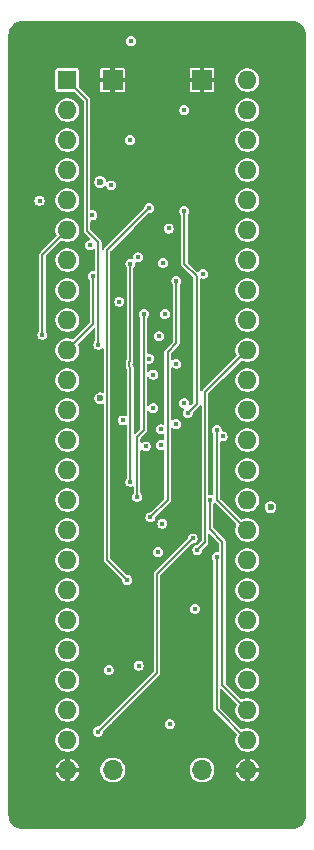
<source format=gbr>
G04 #@! TF.GenerationSoftware,KiCad,Pcbnew,9.0.6-9.0.6~ubuntu25.10.1*
G04 #@! TF.CreationDate,2025-12-24T18:24:09+09:00*
G04 #@! TF.ProjectId,bionic-ns32016,62696f6e-6963-42d6-9e73-33323031362e,2*
G04 #@! TF.SameCoordinates,Original*
G04 #@! TF.FileFunction,Copper,L3,Inr*
G04 #@! TF.FilePolarity,Positive*
%FSLAX46Y46*%
G04 Gerber Fmt 4.6, Leading zero omitted, Abs format (unit mm)*
G04 Created by KiCad (PCBNEW 9.0.6-9.0.6~ubuntu25.10.1) date 2025-12-24 18:24:09*
%MOMM*%
%LPD*%
G01*
G04 APERTURE LIST*
G04 #@! TA.AperFunction,ComponentPad*
%ADD10R,1.600000X1.600000*%
G04 #@! TD*
G04 #@! TA.AperFunction,ComponentPad*
%ADD11O,1.600000X1.600000*%
G04 #@! TD*
G04 #@! TA.AperFunction,ComponentPad*
%ADD12O,1.700000X1.700000*%
G04 #@! TD*
G04 #@! TA.AperFunction,ComponentPad*
%ADD13R,1.700000X1.700000*%
G04 #@! TD*
G04 #@! TA.AperFunction,ViaPad*
%ADD14C,0.600000*%
G04 #@! TD*
G04 #@! TA.AperFunction,ViaPad*
%ADD15C,0.450000*%
G04 #@! TD*
G04 #@! TA.AperFunction,Conductor*
%ADD16C,0.150000*%
G04 #@! TD*
G04 APERTURE END LIST*
D10*
X106080000Y-75080000D03*
D11*
X106080000Y-77620000D03*
X106080000Y-80160000D03*
X106080000Y-82700000D03*
X106080000Y-85240000D03*
X106080000Y-87780000D03*
X106080000Y-90320000D03*
X106080000Y-92860000D03*
X106080000Y-95400000D03*
X106080000Y-97940000D03*
X106080000Y-100480000D03*
X106080000Y-103020000D03*
X106080000Y-105560000D03*
X106080000Y-108100000D03*
X106080000Y-110640000D03*
X106080000Y-113180000D03*
X106080000Y-115720000D03*
X106080000Y-118260000D03*
X106080000Y-120800000D03*
X106080000Y-123340000D03*
X106080000Y-125880000D03*
X106080000Y-128420000D03*
X106080000Y-130960000D03*
X106080000Y-133500000D03*
X121320000Y-133500000D03*
X121320000Y-130960000D03*
X121320000Y-128420000D03*
X121320000Y-125880000D03*
X121320000Y-123340000D03*
X121320000Y-120800000D03*
X121320000Y-118260000D03*
X121320000Y-115720000D03*
X121320000Y-113180000D03*
X121320000Y-110640000D03*
X121320000Y-108100000D03*
X121320000Y-105560000D03*
X121320000Y-103020000D03*
X121320000Y-100480000D03*
X121320000Y-97940000D03*
X121320000Y-95400000D03*
X121320000Y-92860000D03*
X121320000Y-90320000D03*
X121320000Y-87780000D03*
X121320000Y-85240000D03*
X121320000Y-82700000D03*
X121320000Y-80160000D03*
X121320000Y-77620000D03*
X121320000Y-75080000D03*
D12*
X117489200Y-133500000D03*
D13*
X117489200Y-75080000D03*
X109936200Y-75080000D03*
D12*
X109936200Y-133500000D03*
D14*
X109280400Y-120711100D03*
X113395200Y-110513000D03*
X119008600Y-84693900D03*
X108454900Y-81658600D03*
X108581900Y-98778200D03*
X123300700Y-111234800D03*
D15*
X119249900Y-105255200D03*
X103984500Y-96631900D03*
X110766300Y-103895002D03*
X114025000Y-104651100D03*
X109597900Y-125029100D03*
X116887700Y-119834800D03*
X113852400Y-96784300D03*
D14*
X108874000Y-83716000D03*
X108875000Y-102029400D03*
D15*
X112125000Y-124648000D03*
X111478000Y-71778000D03*
X114138150Y-112627550D03*
X116709900Y-113891200D03*
X108696200Y-130236100D03*
X113039600Y-85913100D03*
X111180800Y-117421800D03*
X113128500Y-112113200D03*
X115325600Y-92073600D03*
X113357500Y-102867600D03*
X112569700Y-94879300D03*
X111998200Y-110360600D03*
X115975000Y-102448500D03*
X115287500Y-104201100D03*
X114768700Y-129621100D03*
X107998399Y-89062001D03*
X103736151Y-85283751D03*
X109813800Y-83995400D03*
X113776200Y-115046900D03*
X111426700Y-90621900D03*
X108278200Y-91666200D03*
X117099550Y-114865050D03*
X118729200Y-115453300D03*
X111388600Y-80160000D03*
X115998700Y-77620000D03*
X108219100Y-86535400D03*
X118734851Y-104678049D03*
X118183400Y-110640000D03*
X114363000Y-94884300D03*
X115325000Y-99095700D03*
X108728200Y-97470100D03*
X116290800Y-103261300D03*
X115986000Y-86179800D03*
X112725000Y-106093400D03*
X114017500Y-105979100D03*
X114675000Y-87646400D03*
X110499100Y-93833200D03*
X117611600Y-91475700D03*
X114200700Y-90541400D03*
X112075000Y-90091400D03*
X113007000Y-98658096D03*
X113375000Y-100010100D03*
X111415575Y-109088138D03*
D16*
X113128500Y-112113200D02*
X113128500Y-112100500D01*
X113128500Y-112100500D02*
X114589000Y-110640000D01*
X114589000Y-110640000D02*
X114589000Y-98105100D01*
X114589000Y-98105100D02*
X115325600Y-97368500D01*
X115325600Y-97368500D02*
X115325600Y-92074600D01*
X115325600Y-92074600D02*
X115324600Y-92073600D01*
X115324600Y-92073600D02*
X115325600Y-92073600D01*
X111998200Y-110360600D02*
X112001400Y-110357400D01*
X112001400Y-110357400D02*
X112001400Y-105277400D01*
X112001400Y-105277400D02*
X112557000Y-104721800D01*
X112557000Y-104721800D02*
X112557000Y-94892000D01*
X112557000Y-94892000D02*
X112569700Y-94879300D01*
X111415575Y-109088138D02*
X111426700Y-109077013D01*
X111426700Y-109077013D02*
X111426700Y-99429111D01*
X111426700Y-99429111D02*
X111318200Y-99320611D01*
X111318200Y-99320611D02*
X111318200Y-98946989D01*
X111318200Y-98946989D02*
X111415575Y-98849614D01*
X111415575Y-98849614D02*
X111415575Y-90633025D01*
X111415575Y-90633025D02*
X111426700Y-90621900D01*
X108728200Y-97470100D02*
X108728200Y-88828000D01*
X108728200Y-88828000D02*
X107769100Y-87868900D01*
X107769100Y-87868900D02*
X107769100Y-76769100D01*
X107769100Y-76769100D02*
X106080000Y-75080000D01*
X115986000Y-86179800D02*
X115998700Y-86192500D01*
X115998700Y-86192500D02*
X115998700Y-90662900D01*
X115998700Y-90662900D02*
X117041000Y-91705200D01*
X117041000Y-91705200D02*
X117041000Y-102511100D01*
X117041000Y-102511100D02*
X116290800Y-103261300D01*
X108696200Y-130236100D02*
X113674600Y-125257700D01*
X113674600Y-125257700D02*
X113674600Y-116926500D01*
X113674600Y-116926500D02*
X116709900Y-113891200D01*
X113039600Y-85913100D02*
X113014200Y-85913100D01*
X113014200Y-85913100D02*
X109450000Y-89477300D01*
X109450000Y-89477300D02*
X109450000Y-115691000D01*
X109450000Y-115691000D02*
X111180800Y-117421800D01*
X121281900Y-113180000D02*
X121320000Y-113180000D01*
X118734851Y-104678049D02*
X118741900Y-104685098D01*
X118741900Y-104685098D02*
X118741900Y-110640000D01*
X118741900Y-110640000D02*
X121281900Y-113180000D01*
X103984500Y-96631900D02*
X103984500Y-89875500D01*
X103984500Y-89875500D02*
X106080000Y-87780000D01*
X118183400Y-110640000D02*
X118183400Y-113116800D01*
X118183400Y-113116800D02*
X119224500Y-114157900D01*
X119224500Y-114157900D02*
X119224500Y-126324500D01*
X119224500Y-126324500D02*
X121320000Y-128420000D01*
X118729200Y-115453300D02*
X118729200Y-128369200D01*
X118729200Y-128369200D02*
X121320000Y-130960000D01*
X108278200Y-91666200D02*
X108251700Y-91692700D01*
X108251700Y-95768300D02*
X106080000Y-97940000D01*
X108251700Y-91692700D02*
X108251700Y-95768300D01*
X117733400Y-101526600D02*
X121320000Y-97940000D01*
X117733400Y-114231200D02*
X117733400Y-101526600D01*
X117099550Y-114865050D02*
X117733400Y-114231200D01*
G04 #@! TA.AperFunction,Conductor*
G36*
X125134309Y-70100877D02*
G01*
X125324457Y-70117512D01*
X125341437Y-70120505D01*
X125521635Y-70168789D01*
X125537839Y-70174687D01*
X125706902Y-70253523D01*
X125721842Y-70262149D01*
X125874641Y-70369140D01*
X125887861Y-70380232D01*
X126019767Y-70512138D01*
X126030859Y-70525358D01*
X126137850Y-70678157D01*
X126146478Y-70693101D01*
X126225308Y-70862151D01*
X126231211Y-70878368D01*
X126279492Y-71058555D01*
X126282488Y-71075550D01*
X126299123Y-71265690D01*
X126299500Y-71274318D01*
X126299500Y-137305681D01*
X126299123Y-137314309D01*
X126282488Y-137504449D01*
X126279492Y-137521444D01*
X126231211Y-137701631D01*
X126225308Y-137717848D01*
X126146478Y-137886898D01*
X126137850Y-137901842D01*
X126030859Y-138054641D01*
X126019767Y-138067861D01*
X125887861Y-138199767D01*
X125874641Y-138210859D01*
X125721842Y-138317850D01*
X125706898Y-138326478D01*
X125537848Y-138405308D01*
X125521631Y-138411211D01*
X125341444Y-138459492D01*
X125324449Y-138462488D01*
X125134309Y-138479123D01*
X125125681Y-138479500D01*
X102274319Y-138479500D01*
X102265691Y-138479123D01*
X102075550Y-138462488D01*
X102058555Y-138459492D01*
X101878368Y-138411211D01*
X101862154Y-138405309D01*
X101693100Y-138326477D01*
X101678157Y-138317850D01*
X101525358Y-138210859D01*
X101512138Y-138199767D01*
X101380232Y-138067861D01*
X101369140Y-138054641D01*
X101262149Y-137901842D01*
X101253523Y-137886902D01*
X101174687Y-137717839D01*
X101168788Y-137701631D01*
X101149843Y-137630926D01*
X101120505Y-137521437D01*
X101117512Y-137504457D01*
X101100877Y-137314309D01*
X101100500Y-137305681D01*
X101100500Y-133300000D01*
X105100190Y-133300000D01*
X105733589Y-133300000D01*
X105707259Y-133345606D01*
X105680000Y-133447339D01*
X105680000Y-133552661D01*
X105707259Y-133654394D01*
X105733590Y-133700000D01*
X105100191Y-133700000D01*
X105118429Y-133791688D01*
X105118429Y-133791690D01*
X105193808Y-133973673D01*
X105193814Y-133973685D01*
X105303249Y-134137462D01*
X105303252Y-134137466D01*
X105442533Y-134276747D01*
X105442537Y-134276750D01*
X105606314Y-134386185D01*
X105606326Y-134386191D01*
X105788304Y-134461568D01*
X105788315Y-134461571D01*
X105880000Y-134479807D01*
X105880000Y-133846410D01*
X105925606Y-133872741D01*
X106027339Y-133900000D01*
X106132661Y-133900000D01*
X106234394Y-133872741D01*
X106280000Y-133846410D01*
X106280000Y-134479806D01*
X106371684Y-134461571D01*
X106371695Y-134461568D01*
X106553673Y-134386191D01*
X106553685Y-134386185D01*
X106717462Y-134276750D01*
X106717466Y-134276747D01*
X106856747Y-134137466D01*
X106856750Y-134137462D01*
X106966185Y-133973685D01*
X106966191Y-133973673D01*
X107041570Y-133791690D01*
X107041570Y-133791688D01*
X107059809Y-133700000D01*
X106426410Y-133700000D01*
X106452741Y-133654394D01*
X106480000Y-133552661D01*
X106480000Y-133447339D01*
X106466386Y-133396532D01*
X108885700Y-133396532D01*
X108885700Y-133603467D01*
X108926069Y-133806418D01*
X109005258Y-133997597D01*
X109005259Y-133997598D01*
X109120223Y-134169655D01*
X109266545Y-134315977D01*
X109438602Y-134430941D01*
X109629780Y-134510130D01*
X109832735Y-134550500D01*
X109832736Y-134550500D01*
X110039664Y-134550500D01*
X110039665Y-134550500D01*
X110242620Y-134510130D01*
X110433798Y-134430941D01*
X110605855Y-134315977D01*
X110752177Y-134169655D01*
X110867141Y-133997598D01*
X110946330Y-133806420D01*
X110986700Y-133603465D01*
X110986700Y-133396535D01*
X110986699Y-133396532D01*
X116438700Y-133396532D01*
X116438700Y-133603467D01*
X116479069Y-133806418D01*
X116558258Y-133997597D01*
X116558259Y-133997598D01*
X116673223Y-134169655D01*
X116819545Y-134315977D01*
X116991602Y-134430941D01*
X117182780Y-134510130D01*
X117385735Y-134550500D01*
X117385736Y-134550500D01*
X117592664Y-134550500D01*
X117592665Y-134550500D01*
X117795620Y-134510130D01*
X117986798Y-134430941D01*
X118158855Y-134315977D01*
X118305177Y-134169655D01*
X118420141Y-133997598D01*
X118499330Y-133806420D01*
X118539700Y-133603465D01*
X118539700Y-133396535D01*
X118520498Y-133300000D01*
X120340190Y-133300000D01*
X120973589Y-133300000D01*
X120947259Y-133345606D01*
X120920000Y-133447339D01*
X120920000Y-133552661D01*
X120947259Y-133654394D01*
X120973590Y-133700000D01*
X120340191Y-133700000D01*
X120358429Y-133791688D01*
X120358429Y-133791690D01*
X120433808Y-133973673D01*
X120433814Y-133973685D01*
X120543249Y-134137462D01*
X120543252Y-134137466D01*
X120682533Y-134276747D01*
X120682537Y-134276750D01*
X120846314Y-134386185D01*
X120846326Y-134386191D01*
X121028304Y-134461568D01*
X121028315Y-134461571D01*
X121120000Y-134479807D01*
X121120000Y-133846410D01*
X121165606Y-133872741D01*
X121267339Y-133900000D01*
X121372661Y-133900000D01*
X121474394Y-133872741D01*
X121520000Y-133846410D01*
X121520000Y-134479806D01*
X121611684Y-134461571D01*
X121611695Y-134461568D01*
X121793673Y-134386191D01*
X121793685Y-134386185D01*
X121957462Y-134276750D01*
X121957466Y-134276747D01*
X122096747Y-134137466D01*
X122096750Y-134137462D01*
X122206185Y-133973685D01*
X122206191Y-133973673D01*
X122281570Y-133791690D01*
X122281570Y-133791688D01*
X122299809Y-133700000D01*
X121666410Y-133700000D01*
X121692741Y-133654394D01*
X121720000Y-133552661D01*
X121720000Y-133447339D01*
X121692741Y-133345606D01*
X121666411Y-133300000D01*
X122299809Y-133300000D01*
X122281570Y-133208311D01*
X122281570Y-133208309D01*
X122206191Y-133026326D01*
X122206185Y-133026314D01*
X122096750Y-132862537D01*
X122096747Y-132862533D01*
X121957466Y-132723252D01*
X121957462Y-132723249D01*
X121793685Y-132613814D01*
X121793673Y-132613808D01*
X121611689Y-132538429D01*
X121520000Y-132520190D01*
X121520000Y-133153589D01*
X121474394Y-133127259D01*
X121372661Y-133100000D01*
X121267339Y-133100000D01*
X121165606Y-133127259D01*
X121120000Y-133153589D01*
X121120000Y-132520190D01*
X121028311Y-132538429D01*
X121028309Y-132538429D01*
X120846326Y-132613808D01*
X120846314Y-132613814D01*
X120682537Y-132723249D01*
X120682533Y-132723252D01*
X120543252Y-132862533D01*
X120543249Y-132862537D01*
X120433814Y-133026314D01*
X120433808Y-133026326D01*
X120358429Y-133208309D01*
X120358429Y-133208311D01*
X120340190Y-133300000D01*
X118520498Y-133300000D01*
X118499330Y-133193580D01*
X118420141Y-133002402D01*
X118305177Y-132830345D01*
X118158855Y-132684023D01*
X118158851Y-132684020D01*
X117986797Y-132569058D01*
X117795618Y-132489869D01*
X117592667Y-132449500D01*
X117592665Y-132449500D01*
X117385735Y-132449500D01*
X117385732Y-132449500D01*
X117182781Y-132489869D01*
X116991602Y-132569058D01*
X116819548Y-132684020D01*
X116673220Y-132830348D01*
X116558258Y-133002402D01*
X116479069Y-133193581D01*
X116438700Y-133396532D01*
X110986699Y-133396532D01*
X110946330Y-133193580D01*
X110867141Y-133002402D01*
X110752177Y-132830345D01*
X110605855Y-132684023D01*
X110605851Y-132684020D01*
X110433797Y-132569058D01*
X110242618Y-132489869D01*
X110039667Y-132449500D01*
X110039665Y-132449500D01*
X109832735Y-132449500D01*
X109832732Y-132449500D01*
X109629781Y-132489869D01*
X109438602Y-132569058D01*
X109266548Y-132684020D01*
X109120220Y-132830348D01*
X109005258Y-133002402D01*
X108926069Y-133193581D01*
X108885700Y-133396532D01*
X106466386Y-133396532D01*
X106452741Y-133345606D01*
X106426411Y-133300000D01*
X107059808Y-133300000D01*
X107059808Y-133299999D01*
X107041570Y-133208311D01*
X107041570Y-133208309D01*
X106966191Y-133026326D01*
X106966185Y-133026314D01*
X106856750Y-132862537D01*
X106856747Y-132862533D01*
X106717466Y-132723252D01*
X106717462Y-132723249D01*
X106553685Y-132613814D01*
X106553673Y-132613808D01*
X106371689Y-132538429D01*
X106280000Y-132520190D01*
X106280000Y-133153589D01*
X106234394Y-133127259D01*
X106132661Y-133100000D01*
X106027339Y-133100000D01*
X105925606Y-133127259D01*
X105880000Y-133153589D01*
X105880000Y-132520190D01*
X105788311Y-132538429D01*
X105788309Y-132538429D01*
X105606326Y-132613808D01*
X105606314Y-132613814D01*
X105442537Y-132723249D01*
X105442533Y-132723252D01*
X105303252Y-132862533D01*
X105303249Y-132862537D01*
X105193814Y-133026314D01*
X105193808Y-133026326D01*
X105118429Y-133208309D01*
X105118429Y-133208311D01*
X105100190Y-133300000D01*
X101100500Y-133300000D01*
X101100500Y-130861456D01*
X105079500Y-130861456D01*
X105079500Y-131058543D01*
X105117949Y-131251834D01*
X105117949Y-131251836D01*
X105193367Y-131433913D01*
X105193368Y-131433914D01*
X105302861Y-131597782D01*
X105442218Y-131737139D01*
X105606086Y-131846632D01*
X105788165Y-131922051D01*
X105981459Y-131960500D01*
X105981460Y-131960500D01*
X106178540Y-131960500D01*
X106178541Y-131960500D01*
X106371835Y-131922051D01*
X106553914Y-131846632D01*
X106717782Y-131737139D01*
X106857139Y-131597782D01*
X106966632Y-131433914D01*
X107042051Y-131251835D01*
X107080500Y-131058541D01*
X107080500Y-130861459D01*
X107042051Y-130668165D01*
X106966632Y-130486086D01*
X106857139Y-130322218D01*
X106717782Y-130182861D01*
X106713623Y-130180082D01*
X108270700Y-130180082D01*
X108270700Y-130292118D01*
X108296272Y-130387555D01*
X108299698Y-130400341D01*
X108341208Y-130472237D01*
X108355715Y-130497363D01*
X108434937Y-130576585D01*
X108434939Y-130576586D01*
X108531959Y-130632601D01*
X108531957Y-130632601D01*
X108531961Y-130632602D01*
X108531963Y-130632603D01*
X108640182Y-130661600D01*
X108640184Y-130661600D01*
X108752216Y-130661600D01*
X108752218Y-130661600D01*
X108860437Y-130632603D01*
X108860439Y-130632601D01*
X108860441Y-130632601D01*
X108889264Y-130615959D01*
X108957463Y-130576585D01*
X109036685Y-130497363D01*
X109092703Y-130400337D01*
X109121700Y-130292118D01*
X109121700Y-130241223D01*
X109140607Y-130183032D01*
X109150696Y-130171219D01*
X109756833Y-129565082D01*
X114343200Y-129565082D01*
X114343200Y-129677118D01*
X114368772Y-129772555D01*
X114372198Y-129785341D01*
X114428213Y-129882360D01*
X114428215Y-129882363D01*
X114507437Y-129961585D01*
X114507439Y-129961586D01*
X114604459Y-130017601D01*
X114604457Y-130017601D01*
X114604461Y-130017602D01*
X114604463Y-130017603D01*
X114712682Y-130046600D01*
X114712684Y-130046600D01*
X114824716Y-130046600D01*
X114824718Y-130046600D01*
X114932937Y-130017603D01*
X114932939Y-130017601D01*
X114932941Y-130017601D01*
X115007006Y-129974839D01*
X115029963Y-129961585D01*
X115109185Y-129882363D01*
X115165203Y-129785337D01*
X115194200Y-129677118D01*
X115194200Y-129565082D01*
X115165203Y-129456863D01*
X115165201Y-129456860D01*
X115165201Y-129456858D01*
X115109186Y-129359839D01*
X115109185Y-129359837D01*
X115029963Y-129280615D01*
X115029960Y-129280613D01*
X114932940Y-129224598D01*
X114932942Y-129224598D01*
X114890951Y-129213347D01*
X114824718Y-129195600D01*
X114712682Y-129195600D01*
X114646448Y-129213347D01*
X114604458Y-129224598D01*
X114507439Y-129280613D01*
X114428213Y-129359839D01*
X114372198Y-129456858D01*
X114372197Y-129456863D01*
X114343200Y-129565082D01*
X109756833Y-129565082D01*
X109833326Y-129488589D01*
X111438939Y-127882976D01*
X113908158Y-125413758D01*
X113950100Y-125312500D01*
X113950100Y-125202900D01*
X113950100Y-119778782D01*
X116462200Y-119778782D01*
X116462200Y-119890818D01*
X116487772Y-119986255D01*
X116491198Y-119999041D01*
X116547213Y-120096060D01*
X116547215Y-120096063D01*
X116626437Y-120175285D01*
X116626439Y-120175286D01*
X116723459Y-120231301D01*
X116723457Y-120231301D01*
X116723461Y-120231302D01*
X116723463Y-120231303D01*
X116831682Y-120260300D01*
X116831684Y-120260300D01*
X116943716Y-120260300D01*
X116943718Y-120260300D01*
X117051937Y-120231303D01*
X117051939Y-120231301D01*
X117051941Y-120231301D01*
X117080764Y-120214659D01*
X117148963Y-120175285D01*
X117228185Y-120096063D01*
X117267559Y-120027864D01*
X117284201Y-119999041D01*
X117284201Y-119999039D01*
X117284203Y-119999037D01*
X117313200Y-119890818D01*
X117313200Y-119778782D01*
X117284203Y-119670563D01*
X117284201Y-119670560D01*
X117284201Y-119670558D01*
X117228186Y-119573539D01*
X117228185Y-119573537D01*
X117148963Y-119494315D01*
X117148960Y-119494313D01*
X117051940Y-119438298D01*
X117051942Y-119438298D01*
X117009951Y-119427047D01*
X116943718Y-119409300D01*
X116831682Y-119409300D01*
X116765448Y-119427047D01*
X116723458Y-119438298D01*
X116626439Y-119494313D01*
X116547213Y-119573539D01*
X116491198Y-119670558D01*
X116491197Y-119670563D01*
X116462200Y-119778782D01*
X113950100Y-119778782D01*
X113950100Y-117081623D01*
X113969007Y-117023432D01*
X113979096Y-117011619D01*
X116645020Y-114345696D01*
X116699490Y-114317926D01*
X116707207Y-114316700D01*
X116765918Y-114316700D01*
X116851432Y-114293786D01*
X116856522Y-114292978D01*
X116868610Y-114294886D01*
X116872513Y-114292895D01*
X116887889Y-114279762D01*
X116971163Y-114231685D01*
X117050385Y-114152463D01*
X117089759Y-114084264D01*
X117106401Y-114055441D01*
X117106401Y-114055439D01*
X117106403Y-114055437D01*
X117135400Y-113947218D01*
X117135400Y-113835182D01*
X117106403Y-113726963D01*
X117106401Y-113726960D01*
X117106401Y-113726958D01*
X117050386Y-113629939D01*
X117050385Y-113629937D01*
X116971163Y-113550715D01*
X116971160Y-113550713D01*
X116874140Y-113494698D01*
X116874142Y-113494698D01*
X116832151Y-113483447D01*
X116765918Y-113465700D01*
X116653882Y-113465700D01*
X116587648Y-113483447D01*
X116545658Y-113494698D01*
X116448639Y-113550713D01*
X116369413Y-113629939D01*
X116313398Y-113726958D01*
X116313397Y-113726963D01*
X116289062Y-113817785D01*
X116284400Y-113835183D01*
X116284400Y-113886076D01*
X116265493Y-113944267D01*
X116255404Y-113956080D01*
X113518542Y-116692943D01*
X113518541Y-116692942D01*
X113441046Y-116770438D01*
X113441044Y-116770440D01*
X113441043Y-116770442D01*
X113441043Y-116770443D01*
X113399100Y-116871700D01*
X113399100Y-125102576D01*
X113380193Y-125160767D01*
X113370104Y-125172580D01*
X108761081Y-129781604D01*
X108706564Y-129809381D01*
X108691077Y-129810600D01*
X108640182Y-129810600D01*
X108573948Y-129828347D01*
X108531958Y-129839598D01*
X108434939Y-129895613D01*
X108355713Y-129974839D01*
X108299698Y-130071858D01*
X108296814Y-130082621D01*
X108270700Y-130180082D01*
X106713623Y-130180082D01*
X106553914Y-130073368D01*
X106553915Y-130073368D01*
X106553913Y-130073367D01*
X106371835Y-129997949D01*
X106178543Y-129959500D01*
X106178541Y-129959500D01*
X105981459Y-129959500D01*
X105981456Y-129959500D01*
X105788165Y-129997949D01*
X105788163Y-129997949D01*
X105606086Y-130073367D01*
X105442218Y-130182861D01*
X105442214Y-130182864D01*
X105302864Y-130322214D01*
X105302861Y-130322218D01*
X105193367Y-130486086D01*
X105117949Y-130668163D01*
X105117949Y-130668165D01*
X105079500Y-130861456D01*
X101100500Y-130861456D01*
X101100500Y-128321456D01*
X105079500Y-128321456D01*
X105079500Y-128518543D01*
X105117949Y-128711834D01*
X105117949Y-128711836D01*
X105193367Y-128893913D01*
X105193368Y-128893914D01*
X105302861Y-129057782D01*
X105442218Y-129197139D01*
X105606086Y-129306632D01*
X105788165Y-129382051D01*
X105981459Y-129420500D01*
X105981460Y-129420500D01*
X106178540Y-129420500D01*
X106178541Y-129420500D01*
X106371835Y-129382051D01*
X106553914Y-129306632D01*
X106717782Y-129197139D01*
X106857139Y-129057782D01*
X106966632Y-128893914D01*
X107042051Y-128711835D01*
X107080500Y-128518541D01*
X107080500Y-128321459D01*
X107042051Y-128128165D01*
X106966632Y-127946086D01*
X106857139Y-127782218D01*
X106717782Y-127642861D01*
X106553914Y-127533368D01*
X106553915Y-127533368D01*
X106553913Y-127533367D01*
X106371835Y-127457949D01*
X106178543Y-127419500D01*
X106178541Y-127419500D01*
X105981459Y-127419500D01*
X105981456Y-127419500D01*
X105788165Y-127457949D01*
X105788163Y-127457949D01*
X105606086Y-127533367D01*
X105442218Y-127642861D01*
X105442214Y-127642864D01*
X105302864Y-127782214D01*
X105302861Y-127782218D01*
X105193367Y-127946086D01*
X105117949Y-128128163D01*
X105117949Y-128128165D01*
X105079500Y-128321456D01*
X101100500Y-128321456D01*
X101100500Y-125781456D01*
X105079500Y-125781456D01*
X105079500Y-125978543D01*
X105117949Y-126171834D01*
X105117949Y-126171836D01*
X105193367Y-126353913D01*
X105193368Y-126353914D01*
X105302861Y-126517782D01*
X105442218Y-126657139D01*
X105606086Y-126766632D01*
X105788165Y-126842051D01*
X105981459Y-126880500D01*
X105981460Y-126880500D01*
X106178540Y-126880500D01*
X106178541Y-126880500D01*
X106371835Y-126842051D01*
X106553914Y-126766632D01*
X106717782Y-126657139D01*
X106857139Y-126517782D01*
X106966632Y-126353914D01*
X107042051Y-126171835D01*
X107080500Y-125978541D01*
X107080500Y-125781459D01*
X107042051Y-125588165D01*
X106966632Y-125406086D01*
X106857139Y-125242218D01*
X106717782Y-125102861D01*
X106553914Y-124993368D01*
X106542125Y-124988485D01*
X106504939Y-124973082D01*
X109172400Y-124973082D01*
X109172400Y-125085118D01*
X109177155Y-125102864D01*
X109201398Y-125193341D01*
X109229618Y-125242218D01*
X109257415Y-125290363D01*
X109336637Y-125369585D01*
X109336639Y-125369586D01*
X109433659Y-125425601D01*
X109433657Y-125425601D01*
X109433661Y-125425602D01*
X109433663Y-125425603D01*
X109541882Y-125454600D01*
X109541884Y-125454600D01*
X109653916Y-125454600D01*
X109653918Y-125454600D01*
X109762137Y-125425603D01*
X109762139Y-125425601D01*
X109762141Y-125425601D01*
X109795941Y-125406086D01*
X109859163Y-125369585D01*
X109938385Y-125290363D01*
X109994403Y-125193337D01*
X110023400Y-125085118D01*
X110023400Y-124973082D01*
X109994403Y-124864863D01*
X109994401Y-124864860D01*
X109994401Y-124864858D01*
X109938386Y-124767839D01*
X109938385Y-124767837D01*
X109859163Y-124688615D01*
X109762137Y-124632597D01*
X109653918Y-124603600D01*
X109541882Y-124603600D01*
X109475648Y-124621347D01*
X109433658Y-124632598D01*
X109336639Y-124688613D01*
X109257413Y-124767839D01*
X109201398Y-124864858D01*
X109201397Y-124864863D01*
X109172400Y-124973082D01*
X106504939Y-124973082D01*
X106371835Y-124917949D01*
X106178543Y-124879500D01*
X106178541Y-124879500D01*
X105981459Y-124879500D01*
X105981456Y-124879500D01*
X105788165Y-124917949D01*
X105788163Y-124917949D01*
X105606086Y-124993367D01*
X105442218Y-125102861D01*
X105442214Y-125102864D01*
X105302864Y-125242214D01*
X105302861Y-125242218D01*
X105193367Y-125406086D01*
X105117949Y-125588163D01*
X105117949Y-125588165D01*
X105079500Y-125781456D01*
X101100500Y-125781456D01*
X101100500Y-124591982D01*
X111699500Y-124591982D01*
X111699500Y-124704018D01*
X111716600Y-124767837D01*
X111728498Y-124812241D01*
X111767331Y-124879500D01*
X111784515Y-124909263D01*
X111863737Y-124988485D01*
X111863739Y-124988486D01*
X111960759Y-125044501D01*
X111960757Y-125044501D01*
X111960761Y-125044502D01*
X111960763Y-125044503D01*
X112068982Y-125073500D01*
X112068984Y-125073500D01*
X112181016Y-125073500D01*
X112181018Y-125073500D01*
X112289237Y-125044503D01*
X112289239Y-125044501D01*
X112289241Y-125044501D01*
X112318064Y-125027859D01*
X112386263Y-124988485D01*
X112465485Y-124909263D01*
X112521503Y-124812237D01*
X112550500Y-124704018D01*
X112550500Y-124591982D01*
X112521503Y-124483763D01*
X112521501Y-124483760D01*
X112521501Y-124483758D01*
X112465486Y-124386739D01*
X112465485Y-124386737D01*
X112386263Y-124307515D01*
X112386260Y-124307513D01*
X112289240Y-124251498D01*
X112289242Y-124251498D01*
X112247251Y-124240247D01*
X112181018Y-124222500D01*
X112068982Y-124222500D01*
X112002748Y-124240247D01*
X111960758Y-124251498D01*
X111863739Y-124307513D01*
X111784513Y-124386739D01*
X111728498Y-124483758D01*
X111728497Y-124483763D01*
X111699500Y-124591982D01*
X101100500Y-124591982D01*
X101100500Y-123241456D01*
X105079500Y-123241456D01*
X105079500Y-123438543D01*
X105117949Y-123631834D01*
X105117949Y-123631836D01*
X105193367Y-123813913D01*
X105193368Y-123813914D01*
X105302861Y-123977782D01*
X105442218Y-124117139D01*
X105606086Y-124226632D01*
X105788165Y-124302051D01*
X105981459Y-124340500D01*
X105981460Y-124340500D01*
X106178540Y-124340500D01*
X106178541Y-124340500D01*
X106371835Y-124302051D01*
X106553914Y-124226632D01*
X106717782Y-124117139D01*
X106857139Y-123977782D01*
X106966632Y-123813914D01*
X107042051Y-123631835D01*
X107080500Y-123438541D01*
X107080500Y-123241459D01*
X107042051Y-123048165D01*
X106966632Y-122866086D01*
X106857139Y-122702218D01*
X106717782Y-122562861D01*
X106553914Y-122453368D01*
X106553915Y-122453368D01*
X106553913Y-122453367D01*
X106371835Y-122377949D01*
X106178543Y-122339500D01*
X106178541Y-122339500D01*
X105981459Y-122339500D01*
X105981456Y-122339500D01*
X105788165Y-122377949D01*
X105788163Y-122377949D01*
X105606086Y-122453367D01*
X105442218Y-122562861D01*
X105442214Y-122562864D01*
X105302864Y-122702214D01*
X105302861Y-122702218D01*
X105193367Y-122866086D01*
X105117949Y-123048163D01*
X105117949Y-123048165D01*
X105079500Y-123241456D01*
X101100500Y-123241456D01*
X101100500Y-120701456D01*
X105079500Y-120701456D01*
X105079500Y-120898543D01*
X105117949Y-121091834D01*
X105117949Y-121091836D01*
X105193367Y-121273913D01*
X105193368Y-121273914D01*
X105302861Y-121437782D01*
X105442218Y-121577139D01*
X105606086Y-121686632D01*
X105788165Y-121762051D01*
X105981459Y-121800500D01*
X105981460Y-121800500D01*
X106178540Y-121800500D01*
X106178541Y-121800500D01*
X106371835Y-121762051D01*
X106553914Y-121686632D01*
X106717782Y-121577139D01*
X106857139Y-121437782D01*
X106966632Y-121273914D01*
X107042051Y-121091835D01*
X107080500Y-120898541D01*
X107080500Y-120701459D01*
X107042051Y-120508165D01*
X106966632Y-120326086D01*
X106857139Y-120162218D01*
X106717782Y-120022861D01*
X106553914Y-119913368D01*
X106553915Y-119913368D01*
X106553913Y-119913367D01*
X106371835Y-119837949D01*
X106178543Y-119799500D01*
X106178541Y-119799500D01*
X105981459Y-119799500D01*
X105981456Y-119799500D01*
X105788165Y-119837949D01*
X105788163Y-119837949D01*
X105606086Y-119913367D01*
X105442218Y-120022861D01*
X105442214Y-120022864D01*
X105302864Y-120162214D01*
X105302861Y-120162218D01*
X105193367Y-120326086D01*
X105117949Y-120508163D01*
X105117949Y-120508165D01*
X105079500Y-120701456D01*
X101100500Y-120701456D01*
X101100500Y-118161456D01*
X105079500Y-118161456D01*
X105079500Y-118358543D01*
X105117949Y-118551834D01*
X105117949Y-118551836D01*
X105193367Y-118733913D01*
X105193368Y-118733914D01*
X105302861Y-118897782D01*
X105442218Y-119037139D01*
X105606086Y-119146632D01*
X105788165Y-119222051D01*
X105981459Y-119260500D01*
X105981460Y-119260500D01*
X106178540Y-119260500D01*
X106178541Y-119260500D01*
X106371835Y-119222051D01*
X106553914Y-119146632D01*
X106717782Y-119037139D01*
X106857139Y-118897782D01*
X106966632Y-118733914D01*
X107042051Y-118551835D01*
X107080500Y-118358541D01*
X107080500Y-118161459D01*
X107042051Y-117968165D01*
X106966632Y-117786086D01*
X106857139Y-117622218D01*
X106717782Y-117482861D01*
X106553914Y-117373368D01*
X106553915Y-117373368D01*
X106553913Y-117373367D01*
X106371835Y-117297949D01*
X106178543Y-117259500D01*
X106178541Y-117259500D01*
X105981459Y-117259500D01*
X105981456Y-117259500D01*
X105788165Y-117297949D01*
X105788163Y-117297949D01*
X105606086Y-117373367D01*
X105442218Y-117482861D01*
X105442214Y-117482864D01*
X105302864Y-117622214D01*
X105302861Y-117622218D01*
X105193367Y-117786086D01*
X105117949Y-117968163D01*
X105117949Y-117968165D01*
X105079500Y-118161456D01*
X101100500Y-118161456D01*
X101100500Y-115621456D01*
X105079500Y-115621456D01*
X105079500Y-115818541D01*
X105117949Y-116011834D01*
X105117949Y-116011836D01*
X105193367Y-116193913D01*
X105193368Y-116193914D01*
X105302861Y-116357782D01*
X105442218Y-116497139D01*
X105606086Y-116606632D01*
X105788165Y-116682051D01*
X105981459Y-116720500D01*
X105981460Y-116720500D01*
X106178540Y-116720500D01*
X106178541Y-116720500D01*
X106371835Y-116682051D01*
X106553914Y-116606632D01*
X106717782Y-116497139D01*
X106857139Y-116357782D01*
X106966632Y-116193914D01*
X107042051Y-116011835D01*
X107080500Y-115818541D01*
X107080500Y-115621459D01*
X107042051Y-115428165D01*
X106966632Y-115246086D01*
X106857139Y-115082218D01*
X106717782Y-114942861D01*
X106553914Y-114833368D01*
X106553915Y-114833368D01*
X106553913Y-114833367D01*
X106371835Y-114757949D01*
X106178543Y-114719500D01*
X106178541Y-114719500D01*
X105981459Y-114719500D01*
X105981456Y-114719500D01*
X105788165Y-114757949D01*
X105788163Y-114757949D01*
X105606086Y-114833367D01*
X105442218Y-114942861D01*
X105442214Y-114942864D01*
X105302864Y-115082214D01*
X105302861Y-115082218D01*
X105193367Y-115246086D01*
X105117949Y-115428163D01*
X105117949Y-115428165D01*
X105079500Y-115621456D01*
X101100500Y-115621456D01*
X101100500Y-113081456D01*
X105079500Y-113081456D01*
X105079500Y-113278543D01*
X105117949Y-113471834D01*
X105117949Y-113471836D01*
X105193367Y-113653913D01*
X105193368Y-113653914D01*
X105302861Y-113817782D01*
X105442218Y-113957139D01*
X105606086Y-114066632D01*
X105788165Y-114142051D01*
X105981459Y-114180500D01*
X105981460Y-114180500D01*
X106178540Y-114180500D01*
X106178541Y-114180500D01*
X106371835Y-114142051D01*
X106553914Y-114066632D01*
X106717782Y-113957139D01*
X106857139Y-113817782D01*
X106966632Y-113653914D01*
X107042051Y-113471835D01*
X107080500Y-113278541D01*
X107080500Y-113081459D01*
X107042051Y-112888165D01*
X106966632Y-112706086D01*
X106857139Y-112542218D01*
X106717782Y-112402861D01*
X106553914Y-112293368D01*
X106553915Y-112293368D01*
X106553913Y-112293367D01*
X106371835Y-112217949D01*
X106178543Y-112179500D01*
X106178541Y-112179500D01*
X105981459Y-112179500D01*
X105981456Y-112179500D01*
X105788165Y-112217949D01*
X105788163Y-112217949D01*
X105606086Y-112293367D01*
X105442218Y-112402861D01*
X105442214Y-112402864D01*
X105302864Y-112542214D01*
X105302861Y-112542218D01*
X105193367Y-112706086D01*
X105117949Y-112888163D01*
X105117949Y-112888165D01*
X105079500Y-113081456D01*
X101100500Y-113081456D01*
X101100500Y-110541456D01*
X105079500Y-110541456D01*
X105079500Y-110738543D01*
X105082971Y-110755992D01*
X105113253Y-110908229D01*
X105117949Y-110931834D01*
X105117949Y-110931836D01*
X105193367Y-111113913D01*
X105193368Y-111113914D01*
X105302861Y-111277782D01*
X105442218Y-111417139D01*
X105606086Y-111526632D01*
X105788165Y-111602051D01*
X105981459Y-111640500D01*
X105981460Y-111640500D01*
X106178540Y-111640500D01*
X106178541Y-111640500D01*
X106371835Y-111602051D01*
X106553914Y-111526632D01*
X106717782Y-111417139D01*
X106857139Y-111277782D01*
X106966632Y-111113914D01*
X107042051Y-110931835D01*
X107080500Y-110738541D01*
X107080500Y-110541459D01*
X107042051Y-110348165D01*
X106966632Y-110166086D01*
X106857139Y-110002218D01*
X106717782Y-109862861D01*
X106553914Y-109753368D01*
X106553915Y-109753368D01*
X106553913Y-109753367D01*
X106371835Y-109677949D01*
X106178543Y-109639500D01*
X106178541Y-109639500D01*
X105981459Y-109639500D01*
X105981456Y-109639500D01*
X105788165Y-109677949D01*
X105788163Y-109677949D01*
X105606086Y-109753367D01*
X105442218Y-109862861D01*
X105442214Y-109862864D01*
X105302864Y-110002214D01*
X105302861Y-110002218D01*
X105193367Y-110166086D01*
X105117949Y-110348163D01*
X105117949Y-110348165D01*
X105079500Y-110541456D01*
X101100500Y-110541456D01*
X101100500Y-108001456D01*
X105079500Y-108001456D01*
X105079500Y-108198543D01*
X105117949Y-108391834D01*
X105117949Y-108391836D01*
X105193367Y-108573913D01*
X105193368Y-108573914D01*
X105302861Y-108737782D01*
X105442218Y-108877139D01*
X105606086Y-108986632D01*
X105788165Y-109062051D01*
X105981459Y-109100500D01*
X105981460Y-109100500D01*
X106178540Y-109100500D01*
X106178541Y-109100500D01*
X106371835Y-109062051D01*
X106553914Y-108986632D01*
X106717782Y-108877139D01*
X106857139Y-108737782D01*
X106966632Y-108573914D01*
X107042051Y-108391835D01*
X107080500Y-108198541D01*
X107080500Y-108001459D01*
X107042051Y-107808165D01*
X106966632Y-107626086D01*
X106857139Y-107462218D01*
X106717782Y-107322861D01*
X106553914Y-107213368D01*
X106553915Y-107213368D01*
X106553913Y-107213367D01*
X106371835Y-107137949D01*
X106178543Y-107099500D01*
X106178541Y-107099500D01*
X105981459Y-107099500D01*
X105981456Y-107099500D01*
X105788165Y-107137949D01*
X105788163Y-107137949D01*
X105606086Y-107213367D01*
X105442218Y-107322861D01*
X105442214Y-107322864D01*
X105302864Y-107462214D01*
X105302861Y-107462218D01*
X105193367Y-107626086D01*
X105117949Y-107808163D01*
X105117949Y-107808165D01*
X105079500Y-108001456D01*
X101100500Y-108001456D01*
X101100500Y-105461456D01*
X105079500Y-105461456D01*
X105079500Y-105658543D01*
X105117949Y-105851834D01*
X105117949Y-105851836D01*
X105193367Y-106033913D01*
X105193368Y-106033914D01*
X105302861Y-106197782D01*
X105442218Y-106337139D01*
X105606086Y-106446632D01*
X105788165Y-106522051D01*
X105981459Y-106560500D01*
X105981460Y-106560500D01*
X106178540Y-106560500D01*
X106178541Y-106560500D01*
X106371835Y-106522051D01*
X106553914Y-106446632D01*
X106717782Y-106337139D01*
X106857139Y-106197782D01*
X106966632Y-106033914D01*
X107042051Y-105851835D01*
X107080500Y-105658541D01*
X107080500Y-105461459D01*
X107042051Y-105268165D01*
X106966632Y-105086086D01*
X106857139Y-104922218D01*
X106717782Y-104782861D01*
X106608288Y-104709699D01*
X106553913Y-104673367D01*
X106371835Y-104597949D01*
X106178543Y-104559500D01*
X106178541Y-104559500D01*
X105981459Y-104559500D01*
X105981456Y-104559500D01*
X105788165Y-104597949D01*
X105788163Y-104597949D01*
X105606086Y-104673367D01*
X105442218Y-104782861D01*
X105442214Y-104782864D01*
X105302864Y-104922214D01*
X105302861Y-104922218D01*
X105193367Y-105086086D01*
X105117949Y-105268163D01*
X105117949Y-105268165D01*
X105079500Y-105461456D01*
X101100500Y-105461456D01*
X101100500Y-102921456D01*
X105079500Y-102921456D01*
X105079500Y-103118543D01*
X105117949Y-103311834D01*
X105117949Y-103311836D01*
X105193367Y-103493913D01*
X105224270Y-103540162D01*
X105302861Y-103657782D01*
X105442218Y-103797139D01*
X105606086Y-103906632D01*
X105788165Y-103982051D01*
X105981459Y-104020500D01*
X105981460Y-104020500D01*
X106178540Y-104020500D01*
X106178541Y-104020500D01*
X106371835Y-103982051D01*
X106553914Y-103906632D01*
X106717782Y-103797139D01*
X106857139Y-103657782D01*
X106966632Y-103493914D01*
X107042051Y-103311835D01*
X107080500Y-103118541D01*
X107080500Y-102921459D01*
X107042051Y-102728165D01*
X106966632Y-102546086D01*
X106857139Y-102382218D01*
X106717782Y-102242861D01*
X106553914Y-102133368D01*
X106553915Y-102133368D01*
X106553913Y-102133367D01*
X106371835Y-102057949D01*
X106178543Y-102019500D01*
X106178541Y-102019500D01*
X105981459Y-102019500D01*
X105981456Y-102019500D01*
X105788165Y-102057949D01*
X105788163Y-102057949D01*
X105606086Y-102133367D01*
X105442218Y-102242861D01*
X105442214Y-102242864D01*
X105302864Y-102382214D01*
X105302861Y-102382218D01*
X105193367Y-102546086D01*
X105117949Y-102728163D01*
X105117949Y-102728165D01*
X105079500Y-102921456D01*
X101100500Y-102921456D01*
X101100500Y-100381456D01*
X105079500Y-100381456D01*
X105079500Y-100578543D01*
X105117949Y-100771834D01*
X105117949Y-100771836D01*
X105193367Y-100953913D01*
X105193368Y-100953914D01*
X105302861Y-101117782D01*
X105442218Y-101257139D01*
X105606086Y-101366632D01*
X105788165Y-101442051D01*
X105981459Y-101480500D01*
X105981460Y-101480500D01*
X106178540Y-101480500D01*
X106178541Y-101480500D01*
X106371835Y-101442051D01*
X106553914Y-101366632D01*
X106717782Y-101257139D01*
X106857139Y-101117782D01*
X106966632Y-100953914D01*
X107042051Y-100771835D01*
X107080500Y-100578541D01*
X107080500Y-100381459D01*
X107042051Y-100188165D01*
X106966632Y-100006086D01*
X106857139Y-99842218D01*
X106717782Y-99702861D01*
X106608288Y-99629699D01*
X106553913Y-99593367D01*
X106371835Y-99517949D01*
X106178543Y-99479500D01*
X106178541Y-99479500D01*
X105981459Y-99479500D01*
X105981456Y-99479500D01*
X105788165Y-99517949D01*
X105788163Y-99517949D01*
X105606086Y-99593367D01*
X105442218Y-99702861D01*
X105442214Y-99702864D01*
X105302864Y-99842214D01*
X105302861Y-99842218D01*
X105193367Y-100006086D01*
X105117949Y-100188163D01*
X105117949Y-100188165D01*
X105079500Y-100381456D01*
X101100500Y-100381456D01*
X101100500Y-96575882D01*
X103559000Y-96575882D01*
X103559000Y-96687918D01*
X103569816Y-96728283D01*
X103587998Y-96796141D01*
X103644013Y-96893160D01*
X103644015Y-96893163D01*
X103723237Y-96972385D01*
X103732874Y-96977949D01*
X103820259Y-97028401D01*
X103820257Y-97028401D01*
X103820261Y-97028402D01*
X103820263Y-97028403D01*
X103928482Y-97057400D01*
X103928484Y-97057400D01*
X104040516Y-97057400D01*
X104040518Y-97057400D01*
X104148737Y-97028403D01*
X104148739Y-97028401D01*
X104148741Y-97028401D01*
X104177564Y-97011759D01*
X104245763Y-96972385D01*
X104324985Y-96893163D01*
X104381003Y-96796137D01*
X104410000Y-96687918D01*
X104410000Y-96575882D01*
X104381003Y-96467663D01*
X104381001Y-96467660D01*
X104381001Y-96467658D01*
X104324985Y-96370637D01*
X104288996Y-96334647D01*
X104261219Y-96280130D01*
X104260000Y-96264644D01*
X104260000Y-95301456D01*
X105079500Y-95301456D01*
X105079500Y-95301459D01*
X105079500Y-95498541D01*
X105116227Y-95683180D01*
X105117949Y-95691834D01*
X105117949Y-95691836D01*
X105193367Y-95873913D01*
X105193368Y-95873914D01*
X105302861Y-96037782D01*
X105442218Y-96177139D01*
X105606086Y-96286632D01*
X105788165Y-96362051D01*
X105981459Y-96400500D01*
X105981460Y-96400500D01*
X106178540Y-96400500D01*
X106178541Y-96400500D01*
X106371835Y-96362051D01*
X106553914Y-96286632D01*
X106717782Y-96177139D01*
X106857139Y-96037782D01*
X106966632Y-95873914D01*
X107042051Y-95691835D01*
X107080500Y-95498541D01*
X107080500Y-95301459D01*
X107042051Y-95108165D01*
X106966632Y-94926086D01*
X106857139Y-94762218D01*
X106717782Y-94622861D01*
X106553914Y-94513368D01*
X106553915Y-94513368D01*
X106553913Y-94513367D01*
X106371835Y-94437949D01*
X106178543Y-94399500D01*
X106178541Y-94399500D01*
X105981459Y-94399500D01*
X105981456Y-94399500D01*
X105788165Y-94437949D01*
X105788163Y-94437949D01*
X105606086Y-94513367D01*
X105442218Y-94622861D01*
X105442214Y-94622864D01*
X105302864Y-94762214D01*
X105302861Y-94762218D01*
X105193367Y-94926086D01*
X105117949Y-95108163D01*
X105117949Y-95108165D01*
X105079500Y-95301456D01*
X104260000Y-95301456D01*
X104260000Y-92761456D01*
X105079500Y-92761456D01*
X105079500Y-92958543D01*
X105117949Y-93151834D01*
X105117949Y-93151836D01*
X105193367Y-93333913D01*
X105193368Y-93333914D01*
X105302861Y-93497782D01*
X105442218Y-93637139D01*
X105606086Y-93746632D01*
X105788165Y-93822051D01*
X105981459Y-93860500D01*
X105981460Y-93860500D01*
X106178540Y-93860500D01*
X106178541Y-93860500D01*
X106371835Y-93822051D01*
X106553914Y-93746632D01*
X106717782Y-93637139D01*
X106857139Y-93497782D01*
X106966632Y-93333914D01*
X107042051Y-93151835D01*
X107080500Y-92958541D01*
X107080500Y-92761459D01*
X107042051Y-92568165D01*
X106966632Y-92386086D01*
X106857139Y-92222218D01*
X106717782Y-92082861D01*
X106553914Y-91973368D01*
X106553915Y-91973368D01*
X106553913Y-91973367D01*
X106371835Y-91897949D01*
X106178543Y-91859500D01*
X106178541Y-91859500D01*
X105981459Y-91859500D01*
X105981456Y-91859500D01*
X105788165Y-91897949D01*
X105788163Y-91897949D01*
X105606086Y-91973367D01*
X105442218Y-92082861D01*
X105442214Y-92082864D01*
X105302864Y-92222214D01*
X105302861Y-92222218D01*
X105193367Y-92386086D01*
X105117949Y-92568163D01*
X105117949Y-92568165D01*
X105079500Y-92761456D01*
X104260000Y-92761456D01*
X104260000Y-90221456D01*
X105079500Y-90221456D01*
X105079500Y-90418543D01*
X105092796Y-90485383D01*
X105108808Y-90565883D01*
X105117949Y-90611834D01*
X105117949Y-90611836D01*
X105193367Y-90793913D01*
X105197782Y-90800520D01*
X105302861Y-90957782D01*
X105442218Y-91097139D01*
X105606086Y-91206632D01*
X105788165Y-91282051D01*
X105981459Y-91320500D01*
X105981460Y-91320500D01*
X106178540Y-91320500D01*
X106178541Y-91320500D01*
X106371835Y-91282051D01*
X106553914Y-91206632D01*
X106717782Y-91097139D01*
X106857139Y-90957782D01*
X106966632Y-90793914D01*
X107042051Y-90611835D01*
X107080500Y-90418541D01*
X107080500Y-90221459D01*
X107042051Y-90028165D01*
X106966632Y-89846086D01*
X106857139Y-89682218D01*
X106717782Y-89542861D01*
X106591530Y-89458502D01*
X106553913Y-89433367D01*
X106371835Y-89357949D01*
X106178543Y-89319500D01*
X106178541Y-89319500D01*
X105981459Y-89319500D01*
X105981456Y-89319500D01*
X105788165Y-89357949D01*
X105788163Y-89357949D01*
X105606086Y-89433367D01*
X105442218Y-89542861D01*
X105442214Y-89542864D01*
X105302864Y-89682214D01*
X105302861Y-89682218D01*
X105193367Y-89846086D01*
X105117949Y-90028163D01*
X105117949Y-90028165D01*
X105079500Y-90221456D01*
X104260000Y-90221456D01*
X104260000Y-90030623D01*
X104278907Y-89972432D01*
X104288996Y-89960619D01*
X104912473Y-89337142D01*
X105542977Y-88706637D01*
X105597492Y-88678862D01*
X105650861Y-88685178D01*
X105788165Y-88742051D01*
X105981459Y-88780500D01*
X105981460Y-88780500D01*
X106178540Y-88780500D01*
X106178541Y-88780500D01*
X106371835Y-88742051D01*
X106553914Y-88666632D01*
X106717782Y-88557139D01*
X106857139Y-88417782D01*
X106966632Y-88253914D01*
X107042051Y-88071835D01*
X107080500Y-87878541D01*
X107080500Y-87681459D01*
X107042051Y-87488165D01*
X106966632Y-87306086D01*
X106857139Y-87142218D01*
X106717782Y-87002861D01*
X106553914Y-86893368D01*
X106553915Y-86893368D01*
X106553913Y-86893367D01*
X106371835Y-86817949D01*
X106178543Y-86779500D01*
X106178541Y-86779500D01*
X105981459Y-86779500D01*
X105981456Y-86779500D01*
X105788165Y-86817949D01*
X105788163Y-86817949D01*
X105606086Y-86893367D01*
X105442218Y-87002861D01*
X105442214Y-87002864D01*
X105302864Y-87142214D01*
X105302861Y-87142218D01*
X105193367Y-87306086D01*
X105117949Y-87488163D01*
X105117949Y-87488165D01*
X105079500Y-87681456D01*
X105079500Y-87878543D01*
X105088483Y-87923700D01*
X105108624Y-88024958D01*
X105117949Y-88071834D01*
X105117949Y-88071836D01*
X105174819Y-88209134D01*
X105179619Y-88270131D01*
X105153359Y-88317022D01*
X103828442Y-89641942D01*
X103750946Y-89719438D01*
X103750944Y-89719440D01*
X103750943Y-89719442D01*
X103709000Y-89820700D01*
X103709000Y-96264644D01*
X103690093Y-96322835D01*
X103680004Y-96334647D01*
X103644014Y-96370637D01*
X103587998Y-96467658D01*
X103587997Y-96467663D01*
X103559000Y-96575882D01*
X101100500Y-96575882D01*
X101100500Y-85227733D01*
X103310651Y-85227733D01*
X103310651Y-85339769D01*
X103336223Y-85435206D01*
X103339649Y-85447992D01*
X103395664Y-85545011D01*
X103395666Y-85545014D01*
X103474888Y-85624236D01*
X103474890Y-85624237D01*
X103571910Y-85680252D01*
X103571908Y-85680252D01*
X103571912Y-85680253D01*
X103571914Y-85680254D01*
X103680133Y-85709251D01*
X103680135Y-85709251D01*
X103792167Y-85709251D01*
X103792169Y-85709251D01*
X103900388Y-85680254D01*
X103900390Y-85680252D01*
X103900392Y-85680252D01*
X103949604Y-85651839D01*
X103997414Y-85624236D01*
X104076636Y-85545014D01*
X104132654Y-85447988D01*
X104161651Y-85339769D01*
X104161651Y-85227733D01*
X104138533Y-85141456D01*
X105079500Y-85141456D01*
X105079500Y-85338543D01*
X105117949Y-85531834D01*
X105117949Y-85531836D01*
X105193367Y-85713913D01*
X105193368Y-85713914D01*
X105302861Y-85877782D01*
X105442218Y-86017139D01*
X105606086Y-86126632D01*
X105788165Y-86202051D01*
X105981459Y-86240500D01*
X105981460Y-86240500D01*
X106178540Y-86240500D01*
X106178541Y-86240500D01*
X106371835Y-86202051D01*
X106553914Y-86126632D01*
X106717782Y-86017139D01*
X106857139Y-85877782D01*
X106966632Y-85713914D01*
X107042051Y-85531835D01*
X107080500Y-85338541D01*
X107080500Y-85141459D01*
X107042051Y-84948165D01*
X106966632Y-84766086D01*
X106857139Y-84602218D01*
X106717782Y-84462861D01*
X106553914Y-84353368D01*
X106553915Y-84353368D01*
X106553913Y-84353367D01*
X106371835Y-84277949D01*
X106178543Y-84239500D01*
X106178541Y-84239500D01*
X105981459Y-84239500D01*
X105981456Y-84239500D01*
X105788165Y-84277949D01*
X105788163Y-84277949D01*
X105606086Y-84353367D01*
X105442218Y-84462861D01*
X105442214Y-84462864D01*
X105302864Y-84602214D01*
X105302861Y-84602218D01*
X105193367Y-84766086D01*
X105117949Y-84948163D01*
X105117949Y-84948165D01*
X105079500Y-85141456D01*
X104138533Y-85141456D01*
X104132654Y-85119514D01*
X104132652Y-85119511D01*
X104132652Y-85119509D01*
X104076637Y-85022490D01*
X104076636Y-85022488D01*
X103997414Y-84943266D01*
X103997411Y-84943264D01*
X103900391Y-84887249D01*
X103900393Y-84887249D01*
X103858402Y-84875998D01*
X103792169Y-84858251D01*
X103680133Y-84858251D01*
X103613899Y-84875998D01*
X103571909Y-84887249D01*
X103474890Y-84943264D01*
X103395664Y-85022490D01*
X103339649Y-85119509D01*
X103323437Y-85180014D01*
X103310651Y-85227733D01*
X101100500Y-85227733D01*
X101100500Y-82601456D01*
X105079500Y-82601456D01*
X105079500Y-82798543D01*
X105117949Y-82991834D01*
X105117949Y-82991836D01*
X105193367Y-83173913D01*
X105193368Y-83173914D01*
X105302861Y-83337782D01*
X105442218Y-83477139D01*
X105606086Y-83586632D01*
X105788165Y-83662051D01*
X105981459Y-83700500D01*
X105981460Y-83700500D01*
X106178540Y-83700500D01*
X106178541Y-83700500D01*
X106371835Y-83662051D01*
X106553914Y-83586632D01*
X106717782Y-83477139D01*
X106857139Y-83337782D01*
X106966632Y-83173914D01*
X107042051Y-82991835D01*
X107080500Y-82798541D01*
X107080500Y-82601459D01*
X107042051Y-82408165D01*
X106966632Y-82226086D01*
X106857139Y-82062218D01*
X106717782Y-81922861D01*
X106553914Y-81813368D01*
X106553915Y-81813368D01*
X106553913Y-81813367D01*
X106371835Y-81737949D01*
X106178543Y-81699500D01*
X106178541Y-81699500D01*
X105981459Y-81699500D01*
X105981456Y-81699500D01*
X105788165Y-81737949D01*
X105788163Y-81737949D01*
X105606086Y-81813367D01*
X105442218Y-81922861D01*
X105442214Y-81922864D01*
X105302864Y-82062214D01*
X105302861Y-82062218D01*
X105193367Y-82226086D01*
X105117949Y-82408163D01*
X105117949Y-82408165D01*
X105079500Y-82601456D01*
X101100500Y-82601456D01*
X101100500Y-80061456D01*
X105079500Y-80061456D01*
X105079500Y-80258543D01*
X105117949Y-80451834D01*
X105117949Y-80451836D01*
X105193367Y-80633913D01*
X105193368Y-80633914D01*
X105302861Y-80797782D01*
X105442218Y-80937139D01*
X105606086Y-81046632D01*
X105788165Y-81122051D01*
X105981459Y-81160500D01*
X105981460Y-81160500D01*
X106178540Y-81160500D01*
X106178541Y-81160500D01*
X106371835Y-81122051D01*
X106553914Y-81046632D01*
X106717782Y-80937139D01*
X106857139Y-80797782D01*
X106966632Y-80633914D01*
X107042051Y-80451835D01*
X107080500Y-80258541D01*
X107080500Y-80061459D01*
X107042051Y-79868165D01*
X106966632Y-79686086D01*
X106857139Y-79522218D01*
X106717782Y-79382861D01*
X106553914Y-79273368D01*
X106553915Y-79273368D01*
X106553913Y-79273367D01*
X106371835Y-79197949D01*
X106178543Y-79159500D01*
X106178541Y-79159500D01*
X105981459Y-79159500D01*
X105981456Y-79159500D01*
X105788165Y-79197949D01*
X105788163Y-79197949D01*
X105606086Y-79273367D01*
X105442218Y-79382861D01*
X105442214Y-79382864D01*
X105302864Y-79522214D01*
X105302861Y-79522218D01*
X105193367Y-79686086D01*
X105117949Y-79868163D01*
X105117949Y-79868165D01*
X105079500Y-80061456D01*
X101100500Y-80061456D01*
X101100500Y-77521456D01*
X105079500Y-77521456D01*
X105079500Y-77718543D01*
X105117949Y-77911834D01*
X105117949Y-77911836D01*
X105193367Y-78093913D01*
X105193368Y-78093914D01*
X105302861Y-78257782D01*
X105442218Y-78397139D01*
X105606086Y-78506632D01*
X105788165Y-78582051D01*
X105981459Y-78620500D01*
X105981460Y-78620500D01*
X106178540Y-78620500D01*
X106178541Y-78620500D01*
X106371835Y-78582051D01*
X106553914Y-78506632D01*
X106717782Y-78397139D01*
X106857139Y-78257782D01*
X106966632Y-78093914D01*
X107042051Y-77911835D01*
X107080500Y-77718541D01*
X107080500Y-77521459D01*
X107042051Y-77328165D01*
X106966632Y-77146086D01*
X106857139Y-76982218D01*
X106717782Y-76842861D01*
X106553914Y-76733368D01*
X106553915Y-76733368D01*
X106553913Y-76733367D01*
X106371835Y-76657949D01*
X106178543Y-76619500D01*
X106178541Y-76619500D01*
X105981459Y-76619500D01*
X105981456Y-76619500D01*
X105788165Y-76657949D01*
X105788163Y-76657949D01*
X105606086Y-76733367D01*
X105442218Y-76842861D01*
X105442214Y-76842864D01*
X105302864Y-76982214D01*
X105302861Y-76982218D01*
X105193367Y-77146086D01*
X105117949Y-77328163D01*
X105117949Y-77328165D01*
X105079500Y-77521456D01*
X101100500Y-77521456D01*
X101100500Y-74260253D01*
X105079500Y-74260253D01*
X105079500Y-75899746D01*
X105079501Y-75899758D01*
X105089435Y-75949697D01*
X105091133Y-75958231D01*
X105135448Y-76024552D01*
X105201769Y-76068867D01*
X105246231Y-76077711D01*
X105260241Y-76080498D01*
X105260246Y-76080498D01*
X105260252Y-76080500D01*
X106649877Y-76080500D01*
X106708068Y-76099407D01*
X106719881Y-76109496D01*
X107464604Y-76854219D01*
X107492381Y-76908736D01*
X107493600Y-76924223D01*
X107493600Y-87923699D01*
X107530086Y-88011784D01*
X107530085Y-88011784D01*
X107535541Y-88024956D01*
X107535543Y-88024958D01*
X107982576Y-88471992D01*
X108010353Y-88526508D01*
X108000782Y-88586940D01*
X107957517Y-88630205D01*
X107938196Y-88637621D01*
X107834162Y-88665497D01*
X107834158Y-88665499D01*
X107737138Y-88721514D01*
X107657912Y-88800740D01*
X107601897Y-88897759D01*
X107601896Y-88897764D01*
X107572899Y-89005983D01*
X107572899Y-89118019D01*
X107598471Y-89213456D01*
X107601897Y-89226242D01*
X107657912Y-89323261D01*
X107657914Y-89323264D01*
X107737136Y-89402486D01*
X107737138Y-89402487D01*
X107834158Y-89458502D01*
X107834156Y-89458502D01*
X107834160Y-89458503D01*
X107834162Y-89458504D01*
X107942381Y-89487501D01*
X107942383Y-89487501D01*
X108054415Y-89487501D01*
X108054417Y-89487501D01*
X108162636Y-89458504D01*
X108162638Y-89458502D01*
X108162640Y-89458502D01*
X108206173Y-89433368D01*
X108259662Y-89402486D01*
X108283698Y-89378449D01*
X108338213Y-89350674D01*
X108398645Y-89360245D01*
X108441910Y-89403510D01*
X108452700Y-89448455D01*
X108452700Y-91143428D01*
X108433793Y-91201619D01*
X108384293Y-91237583D01*
X108341022Y-91238720D01*
X108340650Y-91241547D01*
X108334218Y-91240700D01*
X108222182Y-91240700D01*
X108155948Y-91258447D01*
X108113958Y-91269698D01*
X108016939Y-91325713D01*
X107937713Y-91404939D01*
X107881698Y-91501958D01*
X107881697Y-91501963D01*
X107852700Y-91610182D01*
X107852700Y-91722218D01*
X107876847Y-91812337D01*
X107881698Y-91830441D01*
X107937713Y-91927460D01*
X107937715Y-91927463D01*
X107947205Y-91936953D01*
X107974981Y-91991468D01*
X107976200Y-92006955D01*
X107976200Y-95613176D01*
X107957293Y-95671367D01*
X107947204Y-95683180D01*
X106617023Y-97013360D01*
X106562506Y-97041137D01*
X106509135Y-97034820D01*
X106371835Y-96977949D01*
X106371833Y-96977948D01*
X106178543Y-96939500D01*
X106178541Y-96939500D01*
X105981459Y-96939500D01*
X105981456Y-96939500D01*
X105788165Y-96977949D01*
X105788163Y-96977949D01*
X105606086Y-97053367D01*
X105442218Y-97162861D01*
X105442214Y-97162864D01*
X105302864Y-97302214D01*
X105302861Y-97302218D01*
X105193367Y-97466086D01*
X105117949Y-97648163D01*
X105117949Y-97648165D01*
X105079500Y-97841456D01*
X105079500Y-98038543D01*
X105117949Y-98231834D01*
X105117949Y-98231836D01*
X105193367Y-98413913D01*
X105193368Y-98413914D01*
X105302861Y-98577782D01*
X105442218Y-98717139D01*
X105606086Y-98826632D01*
X105788165Y-98902051D01*
X105981459Y-98940500D01*
X105981460Y-98940500D01*
X106178540Y-98940500D01*
X106178541Y-98940500D01*
X106371835Y-98902051D01*
X106553914Y-98826632D01*
X106717782Y-98717139D01*
X106857139Y-98577782D01*
X106966632Y-98413914D01*
X107042051Y-98231835D01*
X107080500Y-98038541D01*
X107080500Y-97841459D01*
X107042051Y-97648165D01*
X106985178Y-97510862D01*
X106980378Y-97449867D01*
X107006637Y-97402976D01*
X108283697Y-96125917D01*
X108338213Y-96098141D01*
X108398645Y-96107712D01*
X108441910Y-96150977D01*
X108452700Y-96195922D01*
X108452700Y-97102844D01*
X108433793Y-97161035D01*
X108423704Y-97172847D01*
X108387714Y-97208837D01*
X108331698Y-97305858D01*
X108331697Y-97305863D01*
X108302700Y-97414082D01*
X108302700Y-97526118D01*
X108328272Y-97621555D01*
X108331698Y-97634341D01*
X108387713Y-97731360D01*
X108387715Y-97731363D01*
X108466937Y-97810585D01*
X108466939Y-97810586D01*
X108563959Y-97866601D01*
X108563957Y-97866601D01*
X108563961Y-97866602D01*
X108563963Y-97866603D01*
X108672182Y-97895600D01*
X108672184Y-97895600D01*
X108784216Y-97895600D01*
X108784218Y-97895600D01*
X108892437Y-97866603D01*
X108892439Y-97866601D01*
X108892441Y-97866601D01*
X108935986Y-97841460D01*
X108989463Y-97810585D01*
X109005498Y-97794549D01*
X109060013Y-97766774D01*
X109120445Y-97776345D01*
X109163710Y-97819610D01*
X109174500Y-97864555D01*
X109174500Y-101462475D01*
X109155593Y-101520666D01*
X109106093Y-101556630D01*
X109049878Y-101558102D01*
X108982561Y-101540065D01*
X108940892Y-101528900D01*
X108809108Y-101528900D01*
X108731200Y-101549775D01*
X108681809Y-101563009D01*
X108567690Y-101628896D01*
X108474496Y-101722090D01*
X108408609Y-101836209D01*
X108408608Y-101836214D01*
X108374500Y-101963508D01*
X108374500Y-102095292D01*
X108399136Y-102187237D01*
X108408609Y-102222590D01*
X108474496Y-102336709D01*
X108474498Y-102336711D01*
X108474500Y-102336714D01*
X108567686Y-102429900D01*
X108567688Y-102429901D01*
X108567690Y-102429903D01*
X108681810Y-102495790D01*
X108681808Y-102495790D01*
X108681812Y-102495791D01*
X108681814Y-102495792D01*
X108809108Y-102529900D01*
X108809110Y-102529900D01*
X108940890Y-102529900D01*
X108940892Y-102529900D01*
X109049879Y-102500697D01*
X109110978Y-102503900D01*
X109158528Y-102542405D01*
X109174500Y-102596324D01*
X109174500Y-115745799D01*
X109204631Y-115818541D01*
X109204631Y-115818542D01*
X109216441Y-115847055D01*
X109216442Y-115847056D01*
X109216443Y-115847058D01*
X110726305Y-117356920D01*
X110754081Y-117411435D01*
X110755300Y-117426922D01*
X110755300Y-117477818D01*
X110780872Y-117573255D01*
X110784298Y-117586041D01*
X110840313Y-117683060D01*
X110840315Y-117683063D01*
X110919537Y-117762285D01*
X110919539Y-117762286D01*
X111016559Y-117818301D01*
X111016557Y-117818301D01*
X111016561Y-117818302D01*
X111016563Y-117818303D01*
X111124782Y-117847300D01*
X111124784Y-117847300D01*
X111236816Y-117847300D01*
X111236818Y-117847300D01*
X111345037Y-117818303D01*
X111345039Y-117818301D01*
X111345041Y-117818301D01*
X111400838Y-117786086D01*
X111442063Y-117762285D01*
X111521285Y-117683063D01*
X111577303Y-117586037D01*
X111606300Y-117477818D01*
X111606300Y-117365782D01*
X111577303Y-117257563D01*
X111577301Y-117257560D01*
X111577301Y-117257558D01*
X111521286Y-117160539D01*
X111521285Y-117160537D01*
X111442063Y-117081315D01*
X111442060Y-117081313D01*
X111345040Y-117025298D01*
X111345042Y-117025298D01*
X111303051Y-117014047D01*
X111236818Y-116996300D01*
X111236816Y-116996300D01*
X111185923Y-116996300D01*
X111127732Y-116977393D01*
X111115919Y-116967304D01*
X109754496Y-115605881D01*
X109726719Y-115551364D01*
X109725500Y-115535877D01*
X109725500Y-114990882D01*
X113350700Y-114990882D01*
X113350700Y-115102918D01*
X113353352Y-115112815D01*
X113379698Y-115211141D01*
X113425546Y-115290550D01*
X113435715Y-115308163D01*
X113514937Y-115387385D01*
X113514939Y-115387386D01*
X113611959Y-115443401D01*
X113611957Y-115443401D01*
X113611961Y-115443402D01*
X113611963Y-115443403D01*
X113720182Y-115472400D01*
X113720184Y-115472400D01*
X113832216Y-115472400D01*
X113832218Y-115472400D01*
X113940437Y-115443403D01*
X113940439Y-115443401D01*
X113940441Y-115443401D01*
X113969264Y-115426759D01*
X114037463Y-115387385D01*
X114116685Y-115308163D01*
X114172703Y-115211137D01*
X114201700Y-115102918D01*
X114201700Y-114990882D01*
X114172703Y-114882663D01*
X114172701Y-114882660D01*
X114172701Y-114882658D01*
X114116686Y-114785639D01*
X114116685Y-114785637D01*
X114037463Y-114706415D01*
X114037460Y-114706413D01*
X113940440Y-114650398D01*
X113940442Y-114650398D01*
X113898451Y-114639147D01*
X113832218Y-114621400D01*
X113720182Y-114621400D01*
X113653948Y-114639147D01*
X113611958Y-114650398D01*
X113514939Y-114706413D01*
X113435713Y-114785639D01*
X113379698Y-114882658D01*
X113379697Y-114882663D01*
X113350700Y-114990882D01*
X109725500Y-114990882D01*
X109725500Y-112571532D01*
X113712650Y-112571532D01*
X113712650Y-112683568D01*
X113723600Y-112724433D01*
X113741648Y-112791791D01*
X113797663Y-112888810D01*
X113797665Y-112888813D01*
X113876887Y-112968035D01*
X113876889Y-112968036D01*
X113973909Y-113024051D01*
X113973907Y-113024051D01*
X113973911Y-113024052D01*
X113973913Y-113024053D01*
X114082132Y-113053050D01*
X114082134Y-113053050D01*
X114194166Y-113053050D01*
X114194168Y-113053050D01*
X114302387Y-113024053D01*
X114302389Y-113024051D01*
X114302391Y-113024051D01*
X114339399Y-113002684D01*
X114399413Y-112968035D01*
X114478635Y-112888813D01*
X114534653Y-112791787D01*
X114563650Y-112683568D01*
X114563650Y-112571532D01*
X114534653Y-112463313D01*
X114534651Y-112463310D01*
X114534651Y-112463308D01*
X114478636Y-112366289D01*
X114478635Y-112366287D01*
X114399413Y-112287065D01*
X114382737Y-112277437D01*
X114302390Y-112231048D01*
X114302392Y-112231048D01*
X114253504Y-112217949D01*
X114194168Y-112202050D01*
X114082132Y-112202050D01*
X114022796Y-112217949D01*
X113973908Y-112231048D01*
X113876889Y-112287063D01*
X113797663Y-112366289D01*
X113741648Y-112463308D01*
X113737361Y-112479307D01*
X113712650Y-112571532D01*
X109725500Y-112571532D01*
X109725500Y-112057182D01*
X112703000Y-112057182D01*
X112703000Y-112169218D01*
X112719567Y-112231047D01*
X112731998Y-112277441D01*
X112788013Y-112374460D01*
X112788015Y-112374463D01*
X112867237Y-112453685D01*
X112867239Y-112453686D01*
X112964259Y-112509701D01*
X112964257Y-112509701D01*
X112964261Y-112509702D01*
X112964263Y-112509703D01*
X113072482Y-112538700D01*
X113072484Y-112538700D01*
X113184516Y-112538700D01*
X113184518Y-112538700D01*
X113292737Y-112509703D01*
X113389763Y-112453685D01*
X113468985Y-112374463D01*
X113519444Y-112287065D01*
X113525001Y-112277441D01*
X113525001Y-112277439D01*
X113525003Y-112277437D01*
X113554000Y-112169218D01*
X113554000Y-112105622D01*
X113572907Y-112047431D01*
X113582990Y-112035624D01*
X114822557Y-110796058D01*
X114839154Y-110755989D01*
X114864500Y-110694800D01*
X114864500Y-104618231D01*
X114883407Y-104560040D01*
X114932907Y-104524076D01*
X114994093Y-104524076D01*
X115023771Y-104539692D01*
X115026232Y-104541580D01*
X115026237Y-104541585D01*
X115057267Y-104559500D01*
X115123259Y-104597601D01*
X115123257Y-104597601D01*
X115123261Y-104597602D01*
X115123263Y-104597603D01*
X115231482Y-104626600D01*
X115231484Y-104626600D01*
X115343516Y-104626600D01*
X115343518Y-104626600D01*
X115451737Y-104597603D01*
X115451739Y-104597601D01*
X115451741Y-104597601D01*
X115505302Y-104566677D01*
X115548763Y-104541585D01*
X115627985Y-104462363D01*
X115684003Y-104365337D01*
X115713000Y-104257118D01*
X115713000Y-104145082D01*
X115684003Y-104036863D01*
X115684001Y-104036860D01*
X115684001Y-104036858D01*
X115636306Y-103954250D01*
X115627985Y-103939837D01*
X115548763Y-103860615D01*
X115548760Y-103860613D01*
X115451740Y-103804598D01*
X115451742Y-103804598D01*
X115409751Y-103793347D01*
X115343518Y-103775600D01*
X115231482Y-103775600D01*
X115165248Y-103793347D01*
X115123258Y-103804598D01*
X115026235Y-103860615D01*
X115023764Y-103862512D01*
X115021661Y-103863256D01*
X115020618Y-103863859D01*
X115020506Y-103863665D01*
X114966087Y-103882934D01*
X114907422Y-103865554D01*
X114870177Y-103817011D01*
X114864500Y-103783968D01*
X114864500Y-102392482D01*
X115549500Y-102392482D01*
X115549500Y-102504518D01*
X115567021Y-102569908D01*
X115578498Y-102612741D01*
X115630817Y-102703358D01*
X115634515Y-102709763D01*
X115713737Y-102788985D01*
X115713739Y-102788986D01*
X115810759Y-102845001D01*
X115810757Y-102845001D01*
X115810761Y-102845002D01*
X115810763Y-102845003D01*
X115884514Y-102864764D01*
X115935826Y-102898087D01*
X115957753Y-102955208D01*
X115944626Y-103009890D01*
X115894297Y-103097061D01*
X115888542Y-103118541D01*
X115865300Y-103205282D01*
X115865300Y-103317318D01*
X115890872Y-103412755D01*
X115894298Y-103425541D01*
X115936422Y-103498500D01*
X115950315Y-103522563D01*
X116029537Y-103601785D01*
X116029539Y-103601786D01*
X116126559Y-103657801D01*
X116126557Y-103657801D01*
X116126561Y-103657802D01*
X116126563Y-103657803D01*
X116234782Y-103686800D01*
X116234784Y-103686800D01*
X116346816Y-103686800D01*
X116346818Y-103686800D01*
X116455037Y-103657803D01*
X116455039Y-103657801D01*
X116455041Y-103657801D01*
X116483864Y-103641159D01*
X116552063Y-103601785D01*
X116631285Y-103522563D01*
X116687303Y-103425537D01*
X116716300Y-103317318D01*
X116716300Y-103266422D01*
X116735207Y-103208231D01*
X116745290Y-103196424D01*
X117274557Y-102667158D01*
X117274559Y-102667154D01*
X117276585Y-102664123D01*
X117281337Y-102660376D01*
X117281451Y-102660263D01*
X117281464Y-102660276D01*
X117324635Y-102626244D01*
X117385774Y-102623842D01*
X117436647Y-102657835D01*
X117457824Y-102715239D01*
X117457900Y-102719125D01*
X117457900Y-114076077D01*
X117438993Y-114134268D01*
X117428904Y-114146080D01*
X117164432Y-114410553D01*
X117109961Y-114438324D01*
X117102244Y-114439550D01*
X117043532Y-114439550D01*
X116958028Y-114462460D01*
X116952926Y-114463271D01*
X116940837Y-114461362D01*
X116936935Y-114463352D01*
X116921557Y-114476488D01*
X116838288Y-114524564D01*
X116759063Y-114603789D01*
X116703048Y-114700808D01*
X116703047Y-114700813D01*
X116674050Y-114809032D01*
X116674050Y-114921068D01*
X116692757Y-114990883D01*
X116703048Y-115029291D01*
X116751272Y-115112815D01*
X116759065Y-115126313D01*
X116838287Y-115205535D01*
X116838289Y-115205536D01*
X116935309Y-115261551D01*
X116935307Y-115261551D01*
X116935311Y-115261552D01*
X116935313Y-115261553D01*
X117043532Y-115290550D01*
X117043534Y-115290550D01*
X117155566Y-115290550D01*
X117155568Y-115290550D01*
X117263787Y-115261553D01*
X117263789Y-115261551D01*
X117263791Y-115261551D01*
X117292614Y-115244909D01*
X117360813Y-115205535D01*
X117440035Y-115126313D01*
X117480170Y-115056797D01*
X117496051Y-115029291D01*
X117496051Y-115029289D01*
X117496053Y-115029287D01*
X117525050Y-114921068D01*
X117525050Y-114870172D01*
X117543957Y-114811981D01*
X117554047Y-114800168D01*
X117732815Y-114621400D01*
X117966957Y-114387259D01*
X117996183Y-114316700D01*
X118008900Y-114286000D01*
X118008900Y-113570923D01*
X118027807Y-113512732D01*
X118077307Y-113476768D01*
X118138493Y-113476768D01*
X118177904Y-113500919D01*
X118920004Y-114243019D01*
X118947781Y-114297536D01*
X118949000Y-114313023D01*
X118949000Y-114942666D01*
X118930093Y-115000857D01*
X118880593Y-115036821D01*
X118824378Y-115038292D01*
X118785218Y-115027800D01*
X118673182Y-115027800D01*
X118606948Y-115045547D01*
X118564958Y-115056798D01*
X118467939Y-115112813D01*
X118388713Y-115192039D01*
X118332698Y-115289058D01*
X118327580Y-115308160D01*
X118303700Y-115397282D01*
X118303700Y-115509318D01*
X118329272Y-115604755D01*
X118332698Y-115617541D01*
X118388713Y-115714560D01*
X118388715Y-115714563D01*
X118424705Y-115750553D01*
X118452481Y-115805068D01*
X118453700Y-115820555D01*
X118453700Y-128424000D01*
X118484790Y-128499057D01*
X118495643Y-128525258D01*
X119929884Y-129959500D01*
X120393360Y-130422976D01*
X120421137Y-130477493D01*
X120414820Y-130530865D01*
X120357949Y-130668163D01*
X120357949Y-130668165D01*
X120319500Y-130861456D01*
X120319500Y-131058543D01*
X120357949Y-131251834D01*
X120357949Y-131251836D01*
X120433367Y-131433913D01*
X120433368Y-131433914D01*
X120542861Y-131597782D01*
X120682218Y-131737139D01*
X120846086Y-131846632D01*
X121028165Y-131922051D01*
X121221459Y-131960500D01*
X121221460Y-131960500D01*
X121418540Y-131960500D01*
X121418541Y-131960500D01*
X121611835Y-131922051D01*
X121793914Y-131846632D01*
X121957782Y-131737139D01*
X122097139Y-131597782D01*
X122206632Y-131433914D01*
X122282051Y-131251835D01*
X122320500Y-131058541D01*
X122320500Y-130861459D01*
X122282051Y-130668165D01*
X122206632Y-130486086D01*
X122097139Y-130322218D01*
X121957782Y-130182861D01*
X121793914Y-130073368D01*
X121793915Y-130073368D01*
X121793913Y-130073367D01*
X121611835Y-129997949D01*
X121418543Y-129959500D01*
X121418541Y-129959500D01*
X121221459Y-129959500D01*
X121221456Y-129959500D01*
X121028165Y-129997949D01*
X121028163Y-129997949D01*
X120890865Y-130054820D01*
X120829869Y-130059621D01*
X120782976Y-130033360D01*
X119033696Y-128284080D01*
X119005919Y-128229563D01*
X119004700Y-128214076D01*
X119004700Y-126733323D01*
X119023607Y-126675132D01*
X119073107Y-126639168D01*
X119134293Y-126639168D01*
X119173704Y-126663319D01*
X120393360Y-127882976D01*
X120421137Y-127937493D01*
X120414820Y-127990865D01*
X120357949Y-128128163D01*
X120357949Y-128128165D01*
X120319500Y-128321456D01*
X120319500Y-128518543D01*
X120357949Y-128711834D01*
X120357949Y-128711836D01*
X120433367Y-128893913D01*
X120433368Y-128893914D01*
X120542861Y-129057782D01*
X120682218Y-129197139D01*
X120846086Y-129306632D01*
X121028165Y-129382051D01*
X121221459Y-129420500D01*
X121221460Y-129420500D01*
X121418540Y-129420500D01*
X121418541Y-129420500D01*
X121611835Y-129382051D01*
X121793914Y-129306632D01*
X121957782Y-129197139D01*
X122097139Y-129057782D01*
X122206632Y-128893914D01*
X122282051Y-128711835D01*
X122320500Y-128518541D01*
X122320500Y-128321459D01*
X122282051Y-128128165D01*
X122206632Y-127946086D01*
X122097139Y-127782218D01*
X121957782Y-127642861D01*
X121793914Y-127533368D01*
X121793915Y-127533368D01*
X121793913Y-127533367D01*
X121611835Y-127457949D01*
X121418543Y-127419500D01*
X121418541Y-127419500D01*
X121221459Y-127419500D01*
X121221456Y-127419500D01*
X121028165Y-127457949D01*
X121028163Y-127457949D01*
X120890865Y-127514820D01*
X120829869Y-127519621D01*
X120782976Y-127493360D01*
X119528996Y-126239380D01*
X119501219Y-126184863D01*
X119500000Y-126169376D01*
X119500000Y-125781456D01*
X120319500Y-125781456D01*
X120319500Y-125978543D01*
X120357949Y-126171834D01*
X120357949Y-126171836D01*
X120433367Y-126353913D01*
X120433368Y-126353914D01*
X120542861Y-126517782D01*
X120682218Y-126657139D01*
X120846086Y-126766632D01*
X121028165Y-126842051D01*
X121221459Y-126880500D01*
X121221460Y-126880500D01*
X121418540Y-126880500D01*
X121418541Y-126880500D01*
X121611835Y-126842051D01*
X121793914Y-126766632D01*
X121957782Y-126657139D01*
X122097139Y-126517782D01*
X122206632Y-126353914D01*
X122282051Y-126171835D01*
X122320500Y-125978541D01*
X122320500Y-125781459D01*
X122282051Y-125588165D01*
X122206632Y-125406086D01*
X122097139Y-125242218D01*
X121957782Y-125102861D01*
X121793914Y-124993368D01*
X121793915Y-124993368D01*
X121793913Y-124993367D01*
X121611835Y-124917949D01*
X121418543Y-124879500D01*
X121418541Y-124879500D01*
X121221459Y-124879500D01*
X121221456Y-124879500D01*
X121028165Y-124917949D01*
X121028163Y-124917949D01*
X120846086Y-124993367D01*
X120682218Y-125102861D01*
X120682214Y-125102864D01*
X120542864Y-125242214D01*
X120542861Y-125242218D01*
X120433367Y-125406086D01*
X120357949Y-125588163D01*
X120357949Y-125588165D01*
X120319500Y-125781456D01*
X119500000Y-125781456D01*
X119500000Y-123241456D01*
X120319500Y-123241456D01*
X120319500Y-123438543D01*
X120357949Y-123631834D01*
X120357949Y-123631836D01*
X120433367Y-123813913D01*
X120433368Y-123813914D01*
X120542861Y-123977782D01*
X120682218Y-124117139D01*
X120846086Y-124226632D01*
X121028165Y-124302051D01*
X121221459Y-124340500D01*
X121221460Y-124340500D01*
X121418540Y-124340500D01*
X121418541Y-124340500D01*
X121611835Y-124302051D01*
X121793914Y-124226632D01*
X121957782Y-124117139D01*
X122097139Y-123977782D01*
X122206632Y-123813914D01*
X122282051Y-123631835D01*
X122320500Y-123438541D01*
X122320500Y-123241459D01*
X122282051Y-123048165D01*
X122206632Y-122866086D01*
X122097139Y-122702218D01*
X121957782Y-122562861D01*
X121793914Y-122453368D01*
X121793915Y-122453368D01*
X121793913Y-122453367D01*
X121611835Y-122377949D01*
X121418543Y-122339500D01*
X121418541Y-122339500D01*
X121221459Y-122339500D01*
X121221456Y-122339500D01*
X121028165Y-122377949D01*
X121028163Y-122377949D01*
X120846086Y-122453367D01*
X120682218Y-122562861D01*
X120682214Y-122562864D01*
X120542864Y-122702214D01*
X120542861Y-122702218D01*
X120433367Y-122866086D01*
X120357949Y-123048163D01*
X120357949Y-123048165D01*
X120319500Y-123241456D01*
X119500000Y-123241456D01*
X119500000Y-120701456D01*
X120319500Y-120701456D01*
X120319500Y-120898543D01*
X120357949Y-121091834D01*
X120357949Y-121091836D01*
X120433367Y-121273913D01*
X120433368Y-121273914D01*
X120542861Y-121437782D01*
X120682218Y-121577139D01*
X120846086Y-121686632D01*
X121028165Y-121762051D01*
X121221459Y-121800500D01*
X121221460Y-121800500D01*
X121418540Y-121800500D01*
X121418541Y-121800500D01*
X121611835Y-121762051D01*
X121793914Y-121686632D01*
X121957782Y-121577139D01*
X122097139Y-121437782D01*
X122206632Y-121273914D01*
X122282051Y-121091835D01*
X122320500Y-120898541D01*
X122320500Y-120701459D01*
X122282051Y-120508165D01*
X122206632Y-120326086D01*
X122097139Y-120162218D01*
X121957782Y-120022861D01*
X121793914Y-119913368D01*
X121793915Y-119913368D01*
X121793913Y-119913367D01*
X121611835Y-119837949D01*
X121418543Y-119799500D01*
X121418541Y-119799500D01*
X121221459Y-119799500D01*
X121221456Y-119799500D01*
X121028165Y-119837949D01*
X121028163Y-119837949D01*
X120846086Y-119913367D01*
X120682218Y-120022861D01*
X120682214Y-120022864D01*
X120542864Y-120162214D01*
X120542861Y-120162218D01*
X120433367Y-120326086D01*
X120357949Y-120508163D01*
X120357949Y-120508165D01*
X120319500Y-120701456D01*
X119500000Y-120701456D01*
X119500000Y-118161456D01*
X120319500Y-118161456D01*
X120319500Y-118358543D01*
X120357949Y-118551834D01*
X120357949Y-118551836D01*
X120433367Y-118733913D01*
X120433368Y-118733914D01*
X120542861Y-118897782D01*
X120682218Y-119037139D01*
X120846086Y-119146632D01*
X121028165Y-119222051D01*
X121221459Y-119260500D01*
X121221460Y-119260500D01*
X121418540Y-119260500D01*
X121418541Y-119260500D01*
X121611835Y-119222051D01*
X121793914Y-119146632D01*
X121957782Y-119037139D01*
X122097139Y-118897782D01*
X122206632Y-118733914D01*
X122282051Y-118551835D01*
X122320500Y-118358541D01*
X122320500Y-118161459D01*
X122282051Y-117968165D01*
X122206632Y-117786086D01*
X122097139Y-117622218D01*
X121957782Y-117482861D01*
X121793914Y-117373368D01*
X121793915Y-117373368D01*
X121793913Y-117373367D01*
X121611835Y-117297949D01*
X121418543Y-117259500D01*
X121418541Y-117259500D01*
X121221459Y-117259500D01*
X121221456Y-117259500D01*
X121028165Y-117297949D01*
X121028163Y-117297949D01*
X120846086Y-117373367D01*
X120682218Y-117482861D01*
X120682214Y-117482864D01*
X120542864Y-117622214D01*
X120542861Y-117622218D01*
X120433367Y-117786086D01*
X120357949Y-117968163D01*
X120357949Y-117968165D01*
X120319500Y-118161456D01*
X119500000Y-118161456D01*
X119500000Y-115621456D01*
X120319500Y-115621456D01*
X120319500Y-115818541D01*
X120357949Y-116011834D01*
X120357949Y-116011836D01*
X120433367Y-116193913D01*
X120433368Y-116193914D01*
X120542861Y-116357782D01*
X120682218Y-116497139D01*
X120846086Y-116606632D01*
X121028165Y-116682051D01*
X121221459Y-116720500D01*
X121221460Y-116720500D01*
X121418540Y-116720500D01*
X121418541Y-116720500D01*
X121611835Y-116682051D01*
X121793914Y-116606632D01*
X121957782Y-116497139D01*
X122097139Y-116357782D01*
X122206632Y-116193914D01*
X122282051Y-116011835D01*
X122320500Y-115818541D01*
X122320500Y-115621459D01*
X122282051Y-115428165D01*
X122206632Y-115246086D01*
X122097139Y-115082218D01*
X121957782Y-114942861D01*
X121793914Y-114833368D01*
X121793915Y-114833368D01*
X121793913Y-114833367D01*
X121611835Y-114757949D01*
X121418543Y-114719500D01*
X121418541Y-114719500D01*
X121221459Y-114719500D01*
X121221456Y-114719500D01*
X121028165Y-114757949D01*
X121028163Y-114757949D01*
X120846086Y-114833367D01*
X120682218Y-114942861D01*
X120682214Y-114942864D01*
X120542864Y-115082214D01*
X120542861Y-115082218D01*
X120433367Y-115246086D01*
X120357949Y-115428163D01*
X120357949Y-115428165D01*
X120319500Y-115621456D01*
X119500000Y-115621456D01*
X119500000Y-114103101D01*
X119488806Y-114076077D01*
X119488655Y-114075711D01*
X119484894Y-114066632D01*
X119458059Y-114001844D01*
X119458058Y-114001843D01*
X119458058Y-114001842D01*
X118487896Y-113031680D01*
X118460119Y-112977163D01*
X118458900Y-112961676D01*
X118458900Y-111007255D01*
X118461368Y-110999657D01*
X118460119Y-110991768D01*
X118470643Y-110971112D01*
X118477807Y-110949064D01*
X118487890Y-110937257D01*
X118498714Y-110926433D01*
X118553229Y-110898658D01*
X118613661Y-110908229D01*
X118638720Y-110926435D01*
X120382200Y-112669916D01*
X120409977Y-112724433D01*
X120403661Y-112777805D01*
X120357948Y-112888168D01*
X120319500Y-113081456D01*
X120319500Y-113278543D01*
X120357949Y-113471834D01*
X120357949Y-113471836D01*
X120433367Y-113653913D01*
X120433368Y-113653914D01*
X120542861Y-113817782D01*
X120682218Y-113957139D01*
X120846086Y-114066632D01*
X121028165Y-114142051D01*
X121221459Y-114180500D01*
X121221460Y-114180500D01*
X121418540Y-114180500D01*
X121418541Y-114180500D01*
X121611835Y-114142051D01*
X121793914Y-114066632D01*
X121957782Y-113957139D01*
X122097139Y-113817782D01*
X122206632Y-113653914D01*
X122282051Y-113471835D01*
X122320500Y-113278541D01*
X122320500Y-113081459D01*
X122282051Y-112888165D01*
X122206632Y-112706086D01*
X122097139Y-112542218D01*
X121957782Y-112402861D01*
X121793914Y-112293368D01*
X121793915Y-112293368D01*
X121793913Y-112293367D01*
X121611835Y-112217949D01*
X121418543Y-112179500D01*
X121418541Y-112179500D01*
X121221459Y-112179500D01*
X121221456Y-112179500D01*
X121028165Y-112217949D01*
X121028163Y-112217949D01*
X120863923Y-112285979D01*
X120802926Y-112290779D01*
X120756034Y-112264519D01*
X119098115Y-110606599D01*
X119046396Y-110554880D01*
X119039556Y-110541456D01*
X120319500Y-110541456D01*
X120319500Y-110738543D01*
X120322971Y-110755992D01*
X120353253Y-110908229D01*
X120357949Y-110931834D01*
X120357949Y-110931836D01*
X120433367Y-111113913D01*
X120433368Y-111113914D01*
X120542861Y-111277782D01*
X120682218Y-111417139D01*
X120846086Y-111526632D01*
X121028165Y-111602051D01*
X121221459Y-111640500D01*
X121221460Y-111640500D01*
X121418540Y-111640500D01*
X121418541Y-111640500D01*
X121611835Y-111602051D01*
X121793914Y-111526632D01*
X121957782Y-111417139D01*
X122097139Y-111277782D01*
X122169886Y-111168908D01*
X122800200Y-111168908D01*
X122800200Y-111300692D01*
X122830279Y-111412951D01*
X122834309Y-111427990D01*
X122900196Y-111542109D01*
X122900198Y-111542111D01*
X122900200Y-111542114D01*
X122993386Y-111635300D01*
X122993388Y-111635301D01*
X122993390Y-111635303D01*
X123107510Y-111701190D01*
X123107508Y-111701190D01*
X123107512Y-111701191D01*
X123107514Y-111701192D01*
X123234808Y-111735300D01*
X123234810Y-111735300D01*
X123366590Y-111735300D01*
X123366592Y-111735300D01*
X123493886Y-111701192D01*
X123493888Y-111701190D01*
X123493890Y-111701190D01*
X123608009Y-111635303D01*
X123608009Y-111635302D01*
X123608014Y-111635300D01*
X123701200Y-111542114D01*
X123767092Y-111427986D01*
X123801200Y-111300692D01*
X123801200Y-111168908D01*
X123767092Y-111041614D01*
X123767090Y-111041611D01*
X123767090Y-111041609D01*
X123701203Y-110927490D01*
X123701201Y-110927488D01*
X123701200Y-110927486D01*
X123608014Y-110834300D01*
X123608011Y-110834298D01*
X123608009Y-110834296D01*
X123493889Y-110768409D01*
X123493891Y-110768409D01*
X123444499Y-110755175D01*
X123366592Y-110734300D01*
X123234808Y-110734300D01*
X123156900Y-110755175D01*
X123107509Y-110768409D01*
X122993390Y-110834296D01*
X122900196Y-110927490D01*
X122834309Y-111041609D01*
X122834308Y-111041614D01*
X122800200Y-111168908D01*
X122169886Y-111168908D01*
X122206632Y-111113914D01*
X122282051Y-110931835D01*
X122320500Y-110738541D01*
X122320500Y-110541459D01*
X122282051Y-110348165D01*
X122206632Y-110166086D01*
X122097139Y-110002218D01*
X121957782Y-109862861D01*
X121793914Y-109753368D01*
X121793915Y-109753368D01*
X121793913Y-109753367D01*
X121611835Y-109677949D01*
X121418543Y-109639500D01*
X121418541Y-109639500D01*
X121221459Y-109639500D01*
X121221456Y-109639500D01*
X121028165Y-109677949D01*
X121028163Y-109677949D01*
X120846086Y-109753367D01*
X120682218Y-109862861D01*
X120682214Y-109862864D01*
X120542864Y-110002214D01*
X120542861Y-110002218D01*
X120433367Y-110166086D01*
X120357949Y-110348163D01*
X120357949Y-110348165D01*
X120319500Y-110541456D01*
X119039556Y-110541456D01*
X119018619Y-110500363D01*
X119017400Y-110484876D01*
X119017400Y-108001456D01*
X120319500Y-108001456D01*
X120319500Y-108198543D01*
X120357949Y-108391834D01*
X120357949Y-108391836D01*
X120433367Y-108573913D01*
X120433368Y-108573914D01*
X120542861Y-108737782D01*
X120682218Y-108877139D01*
X120846086Y-108986632D01*
X121028165Y-109062051D01*
X121221459Y-109100500D01*
X121221460Y-109100500D01*
X121418540Y-109100500D01*
X121418541Y-109100500D01*
X121611835Y-109062051D01*
X121793914Y-108986632D01*
X121957782Y-108877139D01*
X122097139Y-108737782D01*
X122206632Y-108573914D01*
X122282051Y-108391835D01*
X122320500Y-108198541D01*
X122320500Y-108001459D01*
X122282051Y-107808165D01*
X122206632Y-107626086D01*
X122097139Y-107462218D01*
X121957782Y-107322861D01*
X121793914Y-107213368D01*
X121793915Y-107213368D01*
X121793913Y-107213367D01*
X121611835Y-107137949D01*
X121418543Y-107099500D01*
X121418541Y-107099500D01*
X121221459Y-107099500D01*
X121221456Y-107099500D01*
X121028165Y-107137949D01*
X121028163Y-107137949D01*
X120846086Y-107213367D01*
X120682218Y-107322861D01*
X120682214Y-107322864D01*
X120542864Y-107462214D01*
X120542861Y-107462218D01*
X120433367Y-107626086D01*
X120357949Y-107808163D01*
X120357949Y-107808165D01*
X120319500Y-108001456D01*
X119017400Y-108001456D01*
X119017400Y-105762431D01*
X119036307Y-105704240D01*
X119085807Y-105668276D01*
X119142021Y-105666804D01*
X119193882Y-105680700D01*
X119193884Y-105680700D01*
X119305916Y-105680700D01*
X119305918Y-105680700D01*
X119414137Y-105651703D01*
X119414139Y-105651701D01*
X119414141Y-105651701D01*
X119442964Y-105635059D01*
X119511163Y-105595685D01*
X119590385Y-105516463D01*
X119622143Y-105461456D01*
X120319500Y-105461456D01*
X120319500Y-105658543D01*
X120357949Y-105851834D01*
X120357949Y-105851836D01*
X120433367Y-106033913D01*
X120433368Y-106033914D01*
X120542861Y-106197782D01*
X120682218Y-106337139D01*
X120846086Y-106446632D01*
X121028165Y-106522051D01*
X121221459Y-106560500D01*
X121221460Y-106560500D01*
X121418540Y-106560500D01*
X121418541Y-106560500D01*
X121611835Y-106522051D01*
X121793914Y-106446632D01*
X121957782Y-106337139D01*
X122097139Y-106197782D01*
X122206632Y-106033914D01*
X122282051Y-105851835D01*
X122320500Y-105658541D01*
X122320500Y-105461459D01*
X122282051Y-105268165D01*
X122206632Y-105086086D01*
X122097139Y-104922218D01*
X121957782Y-104782861D01*
X121848288Y-104709699D01*
X121793913Y-104673367D01*
X121611835Y-104597949D01*
X121418543Y-104559500D01*
X121418541Y-104559500D01*
X121221459Y-104559500D01*
X121221456Y-104559500D01*
X121028165Y-104597949D01*
X121028163Y-104597949D01*
X120846086Y-104673367D01*
X120682218Y-104782861D01*
X120682214Y-104782864D01*
X120542864Y-104922214D01*
X120542861Y-104922218D01*
X120433367Y-105086086D01*
X120357949Y-105268163D01*
X120357949Y-105268165D01*
X120319500Y-105461456D01*
X119622143Y-105461456D01*
X119646403Y-105419437D01*
X119675400Y-105311218D01*
X119675400Y-105199182D01*
X119646403Y-105090963D01*
X119646401Y-105090960D01*
X119646401Y-105090958D01*
X119590386Y-104993939D01*
X119590385Y-104993937D01*
X119511163Y-104914715D01*
X119511160Y-104914713D01*
X119414140Y-104858698D01*
X119414142Y-104858698D01*
X119371293Y-104847217D01*
X119305918Y-104829700D01*
X119259351Y-104829700D01*
X119201160Y-104810793D01*
X119165196Y-104761293D01*
X119160351Y-104730700D01*
X119160351Y-104622032D01*
X119159333Y-104618231D01*
X119131354Y-104513812D01*
X119131352Y-104513809D01*
X119131352Y-104513807D01*
X119075337Y-104416788D01*
X119075336Y-104416786D01*
X118996114Y-104337564D01*
X118996111Y-104337562D01*
X118899091Y-104281547D01*
X118899093Y-104281547D01*
X118842741Y-104266448D01*
X118790869Y-104252549D01*
X118678833Y-104252549D01*
X118626961Y-104266448D01*
X118570609Y-104281547D01*
X118473590Y-104337562D01*
X118394364Y-104416788D01*
X118338349Y-104513807D01*
X118330906Y-104541585D01*
X118309351Y-104622031D01*
X118309351Y-104734067D01*
X118320748Y-104776600D01*
X118338349Y-104842290D01*
X118394364Y-104939309D01*
X118394366Y-104939312D01*
X118437405Y-104982351D01*
X118465181Y-105036866D01*
X118466400Y-105052353D01*
X118466400Y-110146300D01*
X118447493Y-110204491D01*
X118397993Y-110240455D01*
X118341777Y-110241926D01*
X118239418Y-110214500D01*
X118127382Y-110214500D01*
X118127381Y-110214500D01*
X118120950Y-110215347D01*
X118120532Y-110212177D01*
X118072402Y-110209645D01*
X118024860Y-110171129D01*
X118008900Y-110117228D01*
X118008900Y-102921456D01*
X120319500Y-102921456D01*
X120319500Y-103118543D01*
X120357949Y-103311834D01*
X120357949Y-103311836D01*
X120433367Y-103493913D01*
X120464270Y-103540162D01*
X120542861Y-103657782D01*
X120682218Y-103797139D01*
X120846086Y-103906632D01*
X121028165Y-103982051D01*
X121221459Y-104020500D01*
X121221460Y-104020500D01*
X121418540Y-104020500D01*
X121418541Y-104020500D01*
X121611835Y-103982051D01*
X121793914Y-103906632D01*
X121957782Y-103797139D01*
X122097139Y-103657782D01*
X122206632Y-103493914D01*
X122282051Y-103311835D01*
X122320500Y-103118541D01*
X122320500Y-102921459D01*
X122282051Y-102728165D01*
X122206632Y-102546086D01*
X122097139Y-102382218D01*
X121957782Y-102242861D01*
X121793914Y-102133368D01*
X121793915Y-102133368D01*
X121793913Y-102133367D01*
X121611835Y-102057949D01*
X121418543Y-102019500D01*
X121418541Y-102019500D01*
X121221459Y-102019500D01*
X121221456Y-102019500D01*
X121028165Y-102057949D01*
X121028163Y-102057949D01*
X120846086Y-102133367D01*
X120682218Y-102242861D01*
X120682214Y-102242864D01*
X120542864Y-102382214D01*
X120542861Y-102382218D01*
X120433367Y-102546086D01*
X120357949Y-102728163D01*
X120357949Y-102728165D01*
X120319500Y-102921456D01*
X118008900Y-102921456D01*
X118008900Y-101681723D01*
X118027807Y-101623532D01*
X118037896Y-101611719D01*
X119268159Y-100381456D01*
X120319500Y-100381456D01*
X120319500Y-100578543D01*
X120357949Y-100771834D01*
X120357949Y-100771836D01*
X120433367Y-100953913D01*
X120433368Y-100953914D01*
X120542861Y-101117782D01*
X120682218Y-101257139D01*
X120846086Y-101366632D01*
X121028165Y-101442051D01*
X121221459Y-101480500D01*
X121221460Y-101480500D01*
X121418540Y-101480500D01*
X121418541Y-101480500D01*
X121611835Y-101442051D01*
X121793914Y-101366632D01*
X121957782Y-101257139D01*
X122097139Y-101117782D01*
X122206632Y-100953914D01*
X122282051Y-100771835D01*
X122320500Y-100578541D01*
X122320500Y-100381459D01*
X122282051Y-100188165D01*
X122206632Y-100006086D01*
X122097139Y-99842218D01*
X121957782Y-99702861D01*
X121848288Y-99629699D01*
X121793913Y-99593367D01*
X121611835Y-99517949D01*
X121418543Y-99479500D01*
X121418541Y-99479500D01*
X121221459Y-99479500D01*
X121221456Y-99479500D01*
X121028165Y-99517949D01*
X121028163Y-99517949D01*
X120846086Y-99593367D01*
X120682218Y-99702861D01*
X120682214Y-99702864D01*
X120542864Y-99842214D01*
X120542861Y-99842218D01*
X120433367Y-100006086D01*
X120357949Y-100188163D01*
X120357949Y-100188165D01*
X120319500Y-100381456D01*
X119268159Y-100381456D01*
X119343024Y-100306591D01*
X120056248Y-99593367D01*
X120782977Y-98866637D01*
X120837492Y-98838862D01*
X120890861Y-98845178D01*
X121028165Y-98902051D01*
X121221459Y-98940500D01*
X121221460Y-98940500D01*
X121418540Y-98940500D01*
X121418541Y-98940500D01*
X121611835Y-98902051D01*
X121793914Y-98826632D01*
X121957782Y-98717139D01*
X122097139Y-98577782D01*
X122206632Y-98413914D01*
X122282051Y-98231835D01*
X122320500Y-98038541D01*
X122320500Y-97841459D01*
X122282051Y-97648165D01*
X122206632Y-97466086D01*
X122097139Y-97302218D01*
X121957782Y-97162861D01*
X121807762Y-97062621D01*
X121793913Y-97053367D01*
X121611835Y-96977949D01*
X121418543Y-96939500D01*
X121418541Y-96939500D01*
X121221459Y-96939500D01*
X121221456Y-96939500D01*
X121028165Y-96977949D01*
X121028163Y-96977949D01*
X120846086Y-97053367D01*
X120682218Y-97162861D01*
X120682214Y-97162864D01*
X120542864Y-97302214D01*
X120542861Y-97302218D01*
X120433367Y-97466086D01*
X120357949Y-97648163D01*
X120357949Y-97648165D01*
X120319500Y-97841456D01*
X120319500Y-98038543D01*
X120357949Y-98231834D01*
X120357949Y-98231836D01*
X120414819Y-98369134D01*
X120419619Y-98430131D01*
X120393359Y-98477023D01*
X117577342Y-101293043D01*
X117577341Y-101293042D01*
X117499843Y-101370541D01*
X117497815Y-101373577D01*
X117493057Y-101377327D01*
X117492949Y-101377436D01*
X117492936Y-101377423D01*
X117449765Y-101411456D01*
X117388626Y-101413858D01*
X117337753Y-101379865D01*
X117316576Y-101322461D01*
X117316500Y-101318575D01*
X117316500Y-95301456D01*
X120319500Y-95301456D01*
X120319500Y-95301459D01*
X120319500Y-95498541D01*
X120356227Y-95683180D01*
X120357949Y-95691834D01*
X120357949Y-95691836D01*
X120433367Y-95873913D01*
X120433368Y-95873914D01*
X120542861Y-96037782D01*
X120682218Y-96177139D01*
X120846086Y-96286632D01*
X121028165Y-96362051D01*
X121221459Y-96400500D01*
X121221460Y-96400500D01*
X121418540Y-96400500D01*
X121418541Y-96400500D01*
X121611835Y-96362051D01*
X121793914Y-96286632D01*
X121957782Y-96177139D01*
X122097139Y-96037782D01*
X122206632Y-95873914D01*
X122282051Y-95691835D01*
X122320500Y-95498541D01*
X122320500Y-95301459D01*
X122282051Y-95108165D01*
X122206632Y-94926086D01*
X122097139Y-94762218D01*
X121957782Y-94622861D01*
X121793914Y-94513368D01*
X121793915Y-94513368D01*
X121793913Y-94513367D01*
X121611835Y-94437949D01*
X121418543Y-94399500D01*
X121418541Y-94399500D01*
X121221459Y-94399500D01*
X121221456Y-94399500D01*
X121028165Y-94437949D01*
X121028163Y-94437949D01*
X120846086Y-94513367D01*
X120682218Y-94622861D01*
X120682214Y-94622864D01*
X120542864Y-94762214D01*
X120542861Y-94762218D01*
X120433367Y-94926086D01*
X120357949Y-95108163D01*
X120357949Y-95108165D01*
X120319500Y-95301456D01*
X117316500Y-95301456D01*
X117316500Y-92761456D01*
X120319500Y-92761456D01*
X120319500Y-92958543D01*
X120357949Y-93151834D01*
X120357949Y-93151836D01*
X120433367Y-93333913D01*
X120433368Y-93333914D01*
X120542861Y-93497782D01*
X120682218Y-93637139D01*
X120846086Y-93746632D01*
X121028165Y-93822051D01*
X121221459Y-93860500D01*
X121221460Y-93860500D01*
X121418540Y-93860500D01*
X121418541Y-93860500D01*
X121611835Y-93822051D01*
X121793914Y-93746632D01*
X121957782Y-93637139D01*
X122097139Y-93497782D01*
X122206632Y-93333914D01*
X122282051Y-93151835D01*
X122320500Y-92958541D01*
X122320500Y-92761459D01*
X122282051Y-92568165D01*
X122206632Y-92386086D01*
X122097139Y-92222218D01*
X121957782Y-92082861D01*
X121793914Y-91973368D01*
X121793915Y-91973368D01*
X121793913Y-91973367D01*
X121611835Y-91897949D01*
X121418543Y-91859500D01*
X121418541Y-91859500D01*
X121221459Y-91859500D01*
X121221456Y-91859500D01*
X121028165Y-91897949D01*
X121028163Y-91897949D01*
X120846086Y-91973367D01*
X120682218Y-92082861D01*
X120682214Y-92082864D01*
X120542864Y-92222214D01*
X120542861Y-92222218D01*
X120433367Y-92386086D01*
X120357949Y-92568163D01*
X120357949Y-92568165D01*
X120319500Y-92761456D01*
X117316500Y-92761456D01*
X117316500Y-91966157D01*
X117335407Y-91907966D01*
X117384907Y-91872002D01*
X117441123Y-91870530D01*
X117447359Y-91872201D01*
X117447363Y-91872203D01*
X117555582Y-91901200D01*
X117555584Y-91901200D01*
X117667616Y-91901200D01*
X117667618Y-91901200D01*
X117775837Y-91872203D01*
X117775839Y-91872201D01*
X117775841Y-91872201D01*
X117823238Y-91844836D01*
X117872863Y-91816185D01*
X117952085Y-91736963D01*
X118008103Y-91639937D01*
X118037100Y-91531718D01*
X118037100Y-91419682D01*
X118008103Y-91311463D01*
X118008101Y-91311460D01*
X118008101Y-91311458D01*
X117952086Y-91214439D01*
X117952085Y-91214437D01*
X117872863Y-91135215D01*
X117872860Y-91135213D01*
X117775840Y-91079198D01*
X117775842Y-91079198D01*
X117733851Y-91067947D01*
X117667618Y-91050200D01*
X117555582Y-91050200D01*
X117489348Y-91067947D01*
X117447358Y-91079198D01*
X117350339Y-91135213D01*
X117271114Y-91214438D01*
X117214373Y-91312714D01*
X117168902Y-91353655D01*
X117108052Y-91360049D01*
X117058633Y-91333217D01*
X116303196Y-90577780D01*
X116275419Y-90523263D01*
X116274200Y-90507776D01*
X116274200Y-90221456D01*
X120319500Y-90221456D01*
X120319500Y-90418543D01*
X120332796Y-90485383D01*
X120348808Y-90565883D01*
X120357949Y-90611834D01*
X120357949Y-90611836D01*
X120433367Y-90793913D01*
X120437782Y-90800520D01*
X120542861Y-90957782D01*
X120682218Y-91097139D01*
X120846086Y-91206632D01*
X121028165Y-91282051D01*
X121221459Y-91320500D01*
X121221460Y-91320500D01*
X121418540Y-91320500D01*
X121418541Y-91320500D01*
X121611835Y-91282051D01*
X121793914Y-91206632D01*
X121957782Y-91097139D01*
X122097139Y-90957782D01*
X122206632Y-90793914D01*
X122282051Y-90611835D01*
X122320500Y-90418541D01*
X122320500Y-90221459D01*
X122282051Y-90028165D01*
X122206632Y-89846086D01*
X122097139Y-89682218D01*
X121957782Y-89542861D01*
X121831530Y-89458502D01*
X121793913Y-89433367D01*
X121611835Y-89357949D01*
X121418543Y-89319500D01*
X121418541Y-89319500D01*
X121221459Y-89319500D01*
X121221456Y-89319500D01*
X121028165Y-89357949D01*
X121028163Y-89357949D01*
X120846086Y-89433367D01*
X120682218Y-89542861D01*
X120682214Y-89542864D01*
X120542864Y-89682214D01*
X120542861Y-89682218D01*
X120433367Y-89846086D01*
X120357949Y-90028163D01*
X120357949Y-90028165D01*
X120319500Y-90221456D01*
X116274200Y-90221456D01*
X116274200Y-87681456D01*
X120319500Y-87681456D01*
X120319500Y-87878543D01*
X120328483Y-87923700D01*
X120348624Y-88024958D01*
X120357949Y-88071834D01*
X120357949Y-88071836D01*
X120433367Y-88253913D01*
X120433368Y-88253914D01*
X120542861Y-88417782D01*
X120682218Y-88557139D01*
X120846086Y-88666632D01*
X121028165Y-88742051D01*
X121221459Y-88780500D01*
X121221460Y-88780500D01*
X121418540Y-88780500D01*
X121418541Y-88780500D01*
X121611835Y-88742051D01*
X121793914Y-88666632D01*
X121957782Y-88557139D01*
X122097139Y-88417782D01*
X122206632Y-88253914D01*
X122282051Y-88071835D01*
X122320500Y-87878541D01*
X122320500Y-87681459D01*
X122282051Y-87488165D01*
X122206632Y-87306086D01*
X122097139Y-87142218D01*
X121957782Y-87002861D01*
X121793914Y-86893368D01*
X121793915Y-86893368D01*
X121793913Y-86893367D01*
X121611835Y-86817949D01*
X121418543Y-86779500D01*
X121418541Y-86779500D01*
X121221459Y-86779500D01*
X121221456Y-86779500D01*
X121028165Y-86817949D01*
X121028163Y-86817949D01*
X120846086Y-86893367D01*
X120682218Y-87002861D01*
X120682214Y-87002864D01*
X120542864Y-87142214D01*
X120542861Y-87142218D01*
X120433367Y-87306086D01*
X120357949Y-87488163D01*
X120357949Y-87488165D01*
X120319500Y-87681456D01*
X116274200Y-87681456D01*
X116274200Y-86534355D01*
X116293107Y-86476164D01*
X116303190Y-86464357D01*
X116326485Y-86441063D01*
X116382503Y-86344037D01*
X116411500Y-86235818D01*
X116411500Y-86123782D01*
X116382503Y-86015563D01*
X116382501Y-86015560D01*
X116382501Y-86015558D01*
X116326486Y-85918539D01*
X116326485Y-85918537D01*
X116247263Y-85839315D01*
X116247260Y-85839313D01*
X116150240Y-85783298D01*
X116150242Y-85783298D01*
X116108251Y-85772047D01*
X116042018Y-85754300D01*
X115929982Y-85754300D01*
X115863748Y-85772047D01*
X115821758Y-85783298D01*
X115724739Y-85839313D01*
X115645513Y-85918539D01*
X115589498Y-86015558D01*
X115575841Y-86066529D01*
X115560500Y-86123782D01*
X115560500Y-86235818D01*
X115586072Y-86331255D01*
X115589498Y-86344041D01*
X115645513Y-86441060D01*
X115645515Y-86441063D01*
X115694205Y-86489753D01*
X115721981Y-86544268D01*
X115723200Y-86559755D01*
X115723200Y-90717699D01*
X115757505Y-90800518D01*
X115757505Y-90800522D01*
X115765142Y-90818957D01*
X116736504Y-91790319D01*
X116764281Y-91844836D01*
X116765500Y-91860323D01*
X116765500Y-102355977D01*
X116746593Y-102414168D01*
X116736503Y-102425981D01*
X116567516Y-102594967D01*
X116513000Y-102622744D01*
X116452568Y-102613173D01*
X116409303Y-102569908D01*
X116399972Y-102510992D01*
X116399653Y-102510950D01*
X116399794Y-102509872D01*
X116399732Y-102509476D01*
X116400033Y-102508060D01*
X116400500Y-102504517D01*
X116400500Y-102392483D01*
X116400500Y-102392482D01*
X116371503Y-102284263D01*
X116371501Y-102284260D01*
X116371501Y-102284258D01*
X116315486Y-102187239D01*
X116315485Y-102187237D01*
X116236263Y-102108015D01*
X116236260Y-102108013D01*
X116139240Y-102051998D01*
X116139242Y-102051998D01*
X116097251Y-102040747D01*
X116031018Y-102023000D01*
X115918982Y-102023000D01*
X115852748Y-102040747D01*
X115810758Y-102051998D01*
X115713739Y-102108013D01*
X115634513Y-102187239D01*
X115578498Y-102284258D01*
X115578497Y-102284263D01*
X115549500Y-102392482D01*
X114864500Y-102392482D01*
X114864500Y-99475955D01*
X114883407Y-99417764D01*
X114932907Y-99381800D01*
X114994093Y-99381800D01*
X115033501Y-99405949D01*
X115063737Y-99436185D01*
X115063739Y-99436186D01*
X115160759Y-99492201D01*
X115160757Y-99492201D01*
X115160761Y-99492202D01*
X115160763Y-99492203D01*
X115268982Y-99521200D01*
X115268984Y-99521200D01*
X115381016Y-99521200D01*
X115381018Y-99521200D01*
X115489237Y-99492203D01*
X115489239Y-99492201D01*
X115489241Y-99492201D01*
X115518064Y-99475559D01*
X115586263Y-99436185D01*
X115665485Y-99356963D01*
X115705677Y-99287348D01*
X115721501Y-99259941D01*
X115721501Y-99259939D01*
X115721503Y-99259937D01*
X115750500Y-99151718D01*
X115750500Y-99039682D01*
X115721503Y-98931463D01*
X115721501Y-98931460D01*
X115721501Y-98931458D01*
X115665486Y-98834439D01*
X115665485Y-98834437D01*
X115586263Y-98755215D01*
X115581876Y-98752682D01*
X115489240Y-98699198D01*
X115489242Y-98699198D01*
X115447251Y-98687947D01*
X115381018Y-98670200D01*
X115268982Y-98670200D01*
X115202748Y-98687947D01*
X115160758Y-98699198D01*
X115063739Y-98755213D01*
X115063737Y-98755214D01*
X115063737Y-98755215D01*
X115033501Y-98785450D01*
X114978987Y-98813226D01*
X114918555Y-98803655D01*
X114875290Y-98760390D01*
X114864500Y-98715445D01*
X114864500Y-98260223D01*
X114883407Y-98202032D01*
X114893496Y-98190219D01*
X115188115Y-97895600D01*
X115559158Y-97524558D01*
X115583378Y-97466086D01*
X115601100Y-97423301D01*
X115601100Y-92440855D01*
X115620007Y-92382664D01*
X115630090Y-92370857D01*
X115666085Y-92334863D01*
X115722103Y-92237837D01*
X115751100Y-92129618D01*
X115751100Y-92017582D01*
X115722103Y-91909363D01*
X115722101Y-91909360D01*
X115722101Y-91909358D01*
X115666086Y-91812339D01*
X115666085Y-91812337D01*
X115586863Y-91733115D01*
X115567989Y-91722218D01*
X115489840Y-91677098D01*
X115489842Y-91677098D01*
X115447851Y-91665847D01*
X115381618Y-91648100D01*
X115269582Y-91648100D01*
X115203348Y-91665847D01*
X115161358Y-91677098D01*
X115064339Y-91733113D01*
X114985113Y-91812339D01*
X114929098Y-91909358D01*
X114929097Y-91909363D01*
X114900100Y-92017582D01*
X114900100Y-92129618D01*
X114924911Y-92222214D01*
X114929098Y-92237841D01*
X114985113Y-92334860D01*
X114985115Y-92334863D01*
X115021105Y-92370853D01*
X115048881Y-92425368D01*
X115050100Y-92440855D01*
X115050100Y-97213376D01*
X115031193Y-97271567D01*
X115021104Y-97283380D01*
X114432942Y-97871543D01*
X114432941Y-97871542D01*
X114355446Y-97949038D01*
X114355444Y-97949040D01*
X114355443Y-97949042D01*
X114355443Y-97949043D01*
X114313500Y-98050300D01*
X114313500Y-104158874D01*
X114294593Y-104217065D01*
X114245093Y-104253029D01*
X114188878Y-104254500D01*
X114081018Y-104225600D01*
X113968982Y-104225600D01*
X113902748Y-104243347D01*
X113860758Y-104254598D01*
X113763739Y-104310613D01*
X113684513Y-104389839D01*
X113628498Y-104486858D01*
X113628497Y-104486863D01*
X113599500Y-104595082D01*
X113599500Y-104707118D01*
X113606721Y-104734067D01*
X113628498Y-104815341D01*
X113684513Y-104912360D01*
X113684515Y-104912363D01*
X113763737Y-104991585D01*
X113763739Y-104991586D01*
X113860759Y-105047601D01*
X113860757Y-105047601D01*
X113860761Y-105047602D01*
X113860763Y-105047603D01*
X113968982Y-105076600D01*
X113968984Y-105076600D01*
X114081017Y-105076600D01*
X114081018Y-105076600D01*
X114188878Y-105047699D01*
X114249978Y-105050900D01*
X114297528Y-105089405D01*
X114313500Y-105143325D01*
X114313500Y-105489011D01*
X114294593Y-105547202D01*
X114245093Y-105583166D01*
X114188303Y-105583166D01*
X114188005Y-105584277D01*
X114181738Y-105582597D01*
X114181737Y-105582597D01*
X114073518Y-105553600D01*
X113961482Y-105553600D01*
X113895248Y-105571347D01*
X113853258Y-105582598D01*
X113756239Y-105638613D01*
X113677013Y-105717839D01*
X113620998Y-105814858D01*
X113620997Y-105814863D01*
X113592000Y-105923082D01*
X113592000Y-106035118D01*
X113592607Y-106037382D01*
X113620998Y-106143341D01*
X113677013Y-106240360D01*
X113677015Y-106240363D01*
X113756237Y-106319585D01*
X113786640Y-106337138D01*
X113853259Y-106375601D01*
X113853257Y-106375601D01*
X113853261Y-106375602D01*
X113853263Y-106375603D01*
X113961482Y-106404600D01*
X113961484Y-106404600D01*
X114073516Y-106404600D01*
X114073518Y-106404600D01*
X114181737Y-106375603D01*
X114181738Y-106375602D01*
X114188005Y-106373923D01*
X114188771Y-106376781D01*
X114237535Y-106372905D01*
X114289729Y-106404833D01*
X114313189Y-106461343D01*
X114313500Y-106469188D01*
X114313500Y-110484877D01*
X114294593Y-110543068D01*
X114284504Y-110554881D01*
X113180681Y-111658704D01*
X113126164Y-111686481D01*
X113110677Y-111687700D01*
X113072482Y-111687700D01*
X113022129Y-111701192D01*
X112964258Y-111716698D01*
X112867239Y-111772713D01*
X112788013Y-111851939D01*
X112731998Y-111948958D01*
X112731997Y-111948963D01*
X112703000Y-112057182D01*
X109725500Y-112057182D01*
X109725500Y-103838984D01*
X110340800Y-103838984D01*
X110340800Y-103951020D01*
X110349115Y-103982051D01*
X110369798Y-104059243D01*
X110413971Y-104135751D01*
X110425815Y-104156265D01*
X110505037Y-104235487D01*
X110529901Y-104249842D01*
X110602059Y-104291503D01*
X110602057Y-104291503D01*
X110602061Y-104291504D01*
X110602063Y-104291505D01*
X110710282Y-104320502D01*
X110710284Y-104320502D01*
X110822316Y-104320502D01*
X110822318Y-104320502D01*
X110930537Y-104291505D01*
X110930539Y-104291503D01*
X110930541Y-104291503D01*
X111002700Y-104249842D01*
X111062548Y-104237120D01*
X111118444Y-104262006D01*
X111149037Y-104314994D01*
X111151200Y-104335578D01*
X111151200Y-108709757D01*
X111132293Y-108767948D01*
X111122204Y-108779760D01*
X111075089Y-108826875D01*
X111019073Y-108923896D01*
X111019072Y-108923901D01*
X110990075Y-109032120D01*
X110990075Y-109144156D01*
X111015647Y-109239593D01*
X111019073Y-109252379D01*
X111075088Y-109349398D01*
X111075090Y-109349401D01*
X111154312Y-109428623D01*
X111154314Y-109428624D01*
X111251334Y-109484639D01*
X111251332Y-109484639D01*
X111251336Y-109484640D01*
X111251338Y-109484641D01*
X111359557Y-109513638D01*
X111359559Y-109513638D01*
X111471591Y-109513638D01*
X111471593Y-109513638D01*
X111579812Y-109484641D01*
X111579814Y-109484639D01*
X111579817Y-109484639D01*
X111585810Y-109482157D01*
X111586606Y-109484079D01*
X111637238Y-109473311D01*
X111693136Y-109498192D01*
X111723735Y-109551177D01*
X111725900Y-109571770D01*
X111725900Y-109990144D01*
X111706993Y-110048335D01*
X111696904Y-110060147D01*
X111657714Y-110099337D01*
X111601698Y-110196358D01*
X111587480Y-110249422D01*
X111572700Y-110304582D01*
X111572700Y-110416618D01*
X111590990Y-110484876D01*
X111601698Y-110524841D01*
X111648902Y-110606599D01*
X111657715Y-110621863D01*
X111736937Y-110701085D01*
X111736939Y-110701086D01*
X111833959Y-110757101D01*
X111833957Y-110757101D01*
X111833961Y-110757102D01*
X111833963Y-110757103D01*
X111942182Y-110786100D01*
X111942184Y-110786100D01*
X112054216Y-110786100D01*
X112054218Y-110786100D01*
X112162437Y-110757103D01*
X112162439Y-110757101D01*
X112162441Y-110757101D01*
X112201933Y-110734300D01*
X112259463Y-110701085D01*
X112338685Y-110621863D01*
X112394703Y-110524837D01*
X112423700Y-110416618D01*
X112423700Y-110304582D01*
X112394703Y-110196363D01*
X112394701Y-110196360D01*
X112394701Y-110196358D01*
X112338686Y-110099339D01*
X112338685Y-110099337D01*
X112305895Y-110066547D01*
X112278119Y-110012030D01*
X112276900Y-109996544D01*
X112276900Y-106486055D01*
X112295807Y-106427864D01*
X112345307Y-106391900D01*
X112406493Y-106391900D01*
X112445901Y-106416049D01*
X112463737Y-106433885D01*
X112496079Y-106452557D01*
X112560759Y-106489901D01*
X112560757Y-106489901D01*
X112560761Y-106489902D01*
X112560763Y-106489903D01*
X112668982Y-106518900D01*
X112668984Y-106518900D01*
X112781016Y-106518900D01*
X112781018Y-106518900D01*
X112889237Y-106489903D01*
X112889239Y-106489901D01*
X112889241Y-106489901D01*
X112938704Y-106461343D01*
X112986263Y-106433885D01*
X113065485Y-106354663D01*
X113121503Y-106257637D01*
X113150500Y-106149418D01*
X113150500Y-106037382D01*
X113121503Y-105929163D01*
X113121501Y-105929160D01*
X113121501Y-105929158D01*
X113065486Y-105832139D01*
X113065485Y-105832137D01*
X112986263Y-105752915D01*
X112986260Y-105752913D01*
X112889240Y-105696898D01*
X112889242Y-105696898D01*
X112847251Y-105685647D01*
X112781018Y-105667900D01*
X112668982Y-105667900D01*
X112602748Y-105685647D01*
X112560758Y-105696898D01*
X112463739Y-105752913D01*
X112463737Y-105752914D01*
X112463737Y-105752915D01*
X112445901Y-105770750D01*
X112391387Y-105798526D01*
X112330955Y-105788955D01*
X112287690Y-105745690D01*
X112276900Y-105700745D01*
X112276900Y-105432523D01*
X112295807Y-105374332D01*
X112305896Y-105362519D01*
X112525090Y-105143325D01*
X112790557Y-104877859D01*
X112805290Y-104842290D01*
X112805759Y-104841158D01*
X112805759Y-104841157D01*
X112810505Y-104829700D01*
X112832500Y-104776600D01*
X112832500Y-103178746D01*
X112851407Y-103120555D01*
X112900907Y-103084591D01*
X112962093Y-103084591D01*
X113011593Y-103120555D01*
X113016844Y-103128640D01*
X113017009Y-103128856D01*
X113017013Y-103128860D01*
X113017015Y-103128863D01*
X113096237Y-103208085D01*
X113096239Y-103208086D01*
X113193259Y-103264101D01*
X113193257Y-103264101D01*
X113193261Y-103264102D01*
X113193263Y-103264103D01*
X113301482Y-103293100D01*
X113301484Y-103293100D01*
X113413516Y-103293100D01*
X113413518Y-103293100D01*
X113521737Y-103264103D01*
X113521739Y-103264101D01*
X113521741Y-103264101D01*
X113550564Y-103247459D01*
X113618763Y-103208085D01*
X113697985Y-103128863D01*
X113754003Y-103031837D01*
X113783000Y-102923618D01*
X113783000Y-102811582D01*
X113754003Y-102703363D01*
X113754001Y-102703360D01*
X113754001Y-102703358D01*
X113697986Y-102606339D01*
X113697985Y-102606337D01*
X113618763Y-102527115D01*
X113618760Y-102527113D01*
X113521740Y-102471098D01*
X113521742Y-102471098D01*
X113479751Y-102459847D01*
X113413518Y-102442100D01*
X113301482Y-102442100D01*
X113235248Y-102459847D01*
X113193258Y-102471098D01*
X113096239Y-102527113D01*
X113017009Y-102606343D01*
X113013066Y-102611483D01*
X113012003Y-102610667D01*
X112971760Y-102646897D01*
X112910909Y-102653288D01*
X112857923Y-102622691D01*
X112833041Y-102566793D01*
X112832500Y-102556453D01*
X112832500Y-100290935D01*
X112851407Y-100232744D01*
X112900907Y-100196780D01*
X112962093Y-100196780D01*
X113011593Y-100232744D01*
X113017228Y-100241421D01*
X113034515Y-100271363D01*
X113113737Y-100350585D01*
X113113739Y-100350586D01*
X113210759Y-100406601D01*
X113210757Y-100406601D01*
X113210761Y-100406602D01*
X113210763Y-100406603D01*
X113318982Y-100435600D01*
X113318984Y-100435600D01*
X113431016Y-100435600D01*
X113431018Y-100435600D01*
X113539237Y-100406603D01*
X113539239Y-100406601D01*
X113539241Y-100406601D01*
X113582786Y-100381460D01*
X113636263Y-100350585D01*
X113715485Y-100271363D01*
X113758546Y-100196780D01*
X113771501Y-100174341D01*
X113771501Y-100174339D01*
X113771503Y-100174337D01*
X113800500Y-100066118D01*
X113800500Y-99954082D01*
X113771503Y-99845863D01*
X113771501Y-99845860D01*
X113771501Y-99845858D01*
X113715486Y-99748839D01*
X113715485Y-99748837D01*
X113636263Y-99669615D01*
X113636260Y-99669613D01*
X113539240Y-99613598D01*
X113539242Y-99613598D01*
X113497251Y-99602347D01*
X113431018Y-99584600D01*
X113318982Y-99584600D01*
X113252748Y-99602347D01*
X113210758Y-99613598D01*
X113113739Y-99669613D01*
X113034514Y-99748838D01*
X113017236Y-99778765D01*
X112971766Y-99819705D01*
X112910916Y-99826100D01*
X112857928Y-99795507D01*
X112833042Y-99739611D01*
X112832500Y-99729264D01*
X112832500Y-99180867D01*
X112851407Y-99122676D01*
X112900907Y-99086712D01*
X112944157Y-99085733D01*
X112944550Y-99082749D01*
X112950981Y-99083595D01*
X112950982Y-99083596D01*
X112950983Y-99083596D01*
X113063016Y-99083596D01*
X113063018Y-99083596D01*
X113171237Y-99054599D01*
X113171239Y-99054597D01*
X113171241Y-99054597D01*
X113210194Y-99032107D01*
X113268263Y-98998581D01*
X113347485Y-98919359D01*
X113403503Y-98822333D01*
X113432500Y-98714114D01*
X113432500Y-98602078D01*
X113403503Y-98493859D01*
X113403501Y-98493856D01*
X113403501Y-98493854D01*
X113347486Y-98396835D01*
X113347485Y-98396833D01*
X113268263Y-98317611D01*
X113268260Y-98317609D01*
X113171240Y-98261594D01*
X113171242Y-98261594D01*
X113129251Y-98250343D01*
X113063018Y-98232596D01*
X112950982Y-98232596D01*
X112950981Y-98232596D01*
X112944550Y-98233443D01*
X112944132Y-98230273D01*
X112896002Y-98227741D01*
X112848460Y-98189225D01*
X112832500Y-98135324D01*
X112832500Y-96728282D01*
X113426900Y-96728282D01*
X113426900Y-96840318D01*
X113441059Y-96893160D01*
X113455898Y-96948541D01*
X113511913Y-97045560D01*
X113511915Y-97045563D01*
X113591137Y-97124785D01*
X113591139Y-97124786D01*
X113688159Y-97180801D01*
X113688157Y-97180801D01*
X113688161Y-97180802D01*
X113688163Y-97180803D01*
X113796382Y-97209800D01*
X113796384Y-97209800D01*
X113908416Y-97209800D01*
X113908418Y-97209800D01*
X114016637Y-97180803D01*
X114016639Y-97180801D01*
X114016641Y-97180801D01*
X114050876Y-97161035D01*
X114113663Y-97124785D01*
X114192885Y-97045563D01*
X114248903Y-96948537D01*
X114277900Y-96840318D01*
X114277900Y-96728282D01*
X114248903Y-96620063D01*
X114248901Y-96620060D01*
X114248901Y-96620058D01*
X114192886Y-96523039D01*
X114192885Y-96523037D01*
X114113663Y-96443815D01*
X114113660Y-96443813D01*
X114016640Y-96387798D01*
X114016642Y-96387798D01*
X113974651Y-96376547D01*
X113908418Y-96358800D01*
X113796382Y-96358800D01*
X113730148Y-96376547D01*
X113688158Y-96387798D01*
X113591139Y-96443813D01*
X113511913Y-96523039D01*
X113455898Y-96620058D01*
X113455897Y-96620063D01*
X113426900Y-96728282D01*
X112832500Y-96728282D01*
X112832500Y-95259255D01*
X112851407Y-95201064D01*
X112861490Y-95189257D01*
X112910185Y-95140563D01*
X112963314Y-95048541D01*
X112966201Y-95043541D01*
X112966201Y-95043539D01*
X112966203Y-95043537D01*
X112995200Y-94935318D01*
X112995200Y-94828282D01*
X113937500Y-94828282D01*
X113937500Y-94940318D01*
X113963072Y-95035755D01*
X113966498Y-95048541D01*
X114019628Y-95140563D01*
X114022515Y-95145563D01*
X114101737Y-95224785D01*
X114101739Y-95224786D01*
X114198759Y-95280801D01*
X114198757Y-95280801D01*
X114198761Y-95280802D01*
X114198763Y-95280803D01*
X114306982Y-95309800D01*
X114306984Y-95309800D01*
X114419016Y-95309800D01*
X114419018Y-95309800D01*
X114527237Y-95280803D01*
X114527239Y-95280801D01*
X114527241Y-95280801D01*
X114564559Y-95259255D01*
X114624263Y-95224785D01*
X114703485Y-95145563D01*
X114759503Y-95048537D01*
X114788500Y-94940318D01*
X114788500Y-94828282D01*
X114759503Y-94720063D01*
X114759501Y-94720060D01*
X114759501Y-94720058D01*
X114703486Y-94623039D01*
X114703485Y-94623037D01*
X114624263Y-94543815D01*
X114615603Y-94538815D01*
X114527240Y-94487798D01*
X114527242Y-94487798D01*
X114485251Y-94476547D01*
X114419018Y-94458800D01*
X114306982Y-94458800D01*
X114240748Y-94476547D01*
X114198758Y-94487798D01*
X114101739Y-94543813D01*
X114022513Y-94623039D01*
X113966498Y-94720058D01*
X113966497Y-94720063D01*
X113937500Y-94828282D01*
X112995200Y-94828282D01*
X112995200Y-94823282D01*
X112966203Y-94715063D01*
X112966201Y-94715060D01*
X112966201Y-94715058D01*
X112910186Y-94618039D01*
X112910185Y-94618037D01*
X112830963Y-94538815D01*
X112786888Y-94513368D01*
X112733940Y-94482798D01*
X112733942Y-94482798D01*
X112691951Y-94471547D01*
X112625718Y-94453800D01*
X112513682Y-94453800D01*
X112447448Y-94471547D01*
X112405458Y-94482798D01*
X112308439Y-94538813D01*
X112229213Y-94618039D01*
X112173198Y-94715058D01*
X112171857Y-94720063D01*
X112144200Y-94823282D01*
X112144200Y-94935318D01*
X112145540Y-94940318D01*
X112173198Y-95043541D01*
X112229213Y-95140560D01*
X112229215Y-95140563D01*
X112252505Y-95163853D01*
X112280281Y-95218368D01*
X112281500Y-95233855D01*
X112281500Y-104566677D01*
X112262593Y-104624868D01*
X112252509Y-104636674D01*
X112059485Y-104829700D01*
X111871204Y-105017981D01*
X111816687Y-105045758D01*
X111756255Y-105036187D01*
X111712990Y-104992922D01*
X111702200Y-104947977D01*
X111702200Y-99374311D01*
X111666178Y-99287348D01*
X111660257Y-99273053D01*
X111660257Y-99273052D01*
X111619803Y-99232598D01*
X111617157Y-99229474D01*
X111607037Y-99204756D01*
X111594919Y-99180973D01*
X111594352Y-99173775D01*
X111593974Y-99172851D01*
X111594205Y-99171905D01*
X111593700Y-99165487D01*
X111593700Y-99102111D01*
X111612607Y-99043920D01*
X111622690Y-99032113D01*
X111649132Y-99005672D01*
X111652069Y-98998581D01*
X111691075Y-98904414D01*
X111691075Y-91000280D01*
X111709982Y-90942089D01*
X111720065Y-90930282D01*
X111767185Y-90883163D01*
X111813662Y-90802663D01*
X111823201Y-90786141D01*
X111823201Y-90786139D01*
X111823203Y-90786137D01*
X111852200Y-90677918D01*
X111852200Y-90601230D01*
X111871107Y-90543039D01*
X111920607Y-90507075D01*
X111976820Y-90505603D01*
X112018982Y-90516900D01*
X112018984Y-90516900D01*
X112131016Y-90516900D01*
X112131018Y-90516900D01*
X112239237Y-90487903D01*
X112239239Y-90487901D01*
X112239241Y-90487901D01*
X112243604Y-90485382D01*
X113775200Y-90485382D01*
X113775200Y-90597418D01*
X113796769Y-90677916D01*
X113804198Y-90705641D01*
X113858979Y-90800522D01*
X113860215Y-90802663D01*
X113939437Y-90881885D01*
X113941651Y-90883163D01*
X114036459Y-90937901D01*
X114036457Y-90937901D01*
X114036461Y-90937902D01*
X114036463Y-90937903D01*
X114144682Y-90966900D01*
X114144684Y-90966900D01*
X114256716Y-90966900D01*
X114256718Y-90966900D01*
X114364937Y-90937903D01*
X114364939Y-90937901D01*
X114364941Y-90937901D01*
X114416685Y-90908026D01*
X114461963Y-90881885D01*
X114541185Y-90802663D01*
X114580559Y-90734464D01*
X114597201Y-90705641D01*
X114597201Y-90705639D01*
X114597203Y-90705637D01*
X114626200Y-90597418D01*
X114626200Y-90485382D01*
X114597203Y-90377163D01*
X114597201Y-90377160D01*
X114597201Y-90377158D01*
X114541186Y-90280139D01*
X114541185Y-90280137D01*
X114461963Y-90200915D01*
X114454143Y-90196400D01*
X114364940Y-90144898D01*
X114364942Y-90144898D01*
X114322951Y-90133647D01*
X114256718Y-90115900D01*
X114144682Y-90115900D01*
X114078448Y-90133647D01*
X114036458Y-90144898D01*
X113939439Y-90200913D01*
X113860213Y-90280139D01*
X113804198Y-90377158D01*
X113804197Y-90377163D01*
X113775200Y-90485382D01*
X112243604Y-90485382D01*
X112291614Y-90457663D01*
X112336263Y-90431885D01*
X112415485Y-90352663D01*
X112471503Y-90255637D01*
X112500500Y-90147418D01*
X112500500Y-90035382D01*
X112471503Y-89927163D01*
X112471501Y-89927160D01*
X112471501Y-89927158D01*
X112415486Y-89830139D01*
X112415485Y-89830137D01*
X112336263Y-89750915D01*
X112336260Y-89750913D01*
X112239240Y-89694898D01*
X112239242Y-89694898D01*
X112191903Y-89682214D01*
X112131018Y-89665900D01*
X112018982Y-89665900D01*
X111958097Y-89682214D01*
X111910758Y-89694898D01*
X111813739Y-89750913D01*
X111734513Y-89830139D01*
X111678498Y-89927158D01*
X111666367Y-89972432D01*
X111651435Y-90028163D01*
X111649500Y-90035383D01*
X111649500Y-90112069D01*
X111630593Y-90170260D01*
X111581093Y-90206224D01*
X111524879Y-90207696D01*
X111482720Y-90196400D01*
X111482718Y-90196400D01*
X111370682Y-90196400D01*
X111304448Y-90214147D01*
X111262458Y-90225398D01*
X111165439Y-90281413D01*
X111086213Y-90360639D01*
X111030198Y-90457658D01*
X111030197Y-90457663D01*
X111001200Y-90565882D01*
X111001200Y-90677918D01*
X111026772Y-90773355D01*
X111030198Y-90786141D01*
X111086213Y-90883160D01*
X111086215Y-90883163D01*
X111111080Y-90908028D01*
X111138856Y-90962543D01*
X111140075Y-90978030D01*
X111140075Y-98694491D01*
X111121168Y-98752682D01*
X111111080Y-98764494D01*
X111084643Y-98790931D01*
X111042700Y-98892189D01*
X111042700Y-99375411D01*
X111051843Y-99397485D01*
X111063882Y-99426549D01*
X111063883Y-99426550D01*
X111067874Y-99436185D01*
X111084643Y-99476669D01*
X111128619Y-99520645D01*
X111133762Y-99528120D01*
X111140009Y-99549175D01*
X111149981Y-99568746D01*
X111151200Y-99584233D01*
X111151200Y-103454425D01*
X111132293Y-103512616D01*
X111082793Y-103548580D01*
X111021607Y-103548580D01*
X111002700Y-103540162D01*
X110930538Y-103498499D01*
X110894464Y-103488833D01*
X110822318Y-103469502D01*
X110710282Y-103469502D01*
X110644048Y-103487249D01*
X110602058Y-103498500D01*
X110505039Y-103554515D01*
X110425813Y-103633741D01*
X110369798Y-103730760D01*
X110355541Y-103783968D01*
X110340800Y-103838984D01*
X109725500Y-103838984D01*
X109725500Y-93777182D01*
X110073600Y-93777182D01*
X110073600Y-93889218D01*
X110099172Y-93984655D01*
X110102598Y-93997441D01*
X110158613Y-94094460D01*
X110158615Y-94094463D01*
X110237837Y-94173685D01*
X110237839Y-94173686D01*
X110334859Y-94229701D01*
X110334857Y-94229701D01*
X110334861Y-94229702D01*
X110334863Y-94229703D01*
X110443082Y-94258700D01*
X110443084Y-94258700D01*
X110555116Y-94258700D01*
X110555118Y-94258700D01*
X110663337Y-94229703D01*
X110663339Y-94229701D01*
X110663341Y-94229701D01*
X110692164Y-94213059D01*
X110760363Y-94173685D01*
X110839585Y-94094463D01*
X110895603Y-93997437D01*
X110924600Y-93889218D01*
X110924600Y-93777182D01*
X110895603Y-93668963D01*
X110895601Y-93668960D01*
X110895601Y-93668958D01*
X110839586Y-93571939D01*
X110839585Y-93571937D01*
X110760363Y-93492715D01*
X110760360Y-93492713D01*
X110663340Y-93436698D01*
X110663342Y-93436698D01*
X110621351Y-93425447D01*
X110555118Y-93407700D01*
X110443082Y-93407700D01*
X110376848Y-93425447D01*
X110334858Y-93436698D01*
X110237839Y-93492713D01*
X110158613Y-93571939D01*
X110102598Y-93668958D01*
X110102597Y-93668963D01*
X110073600Y-93777182D01*
X109725500Y-93777182D01*
X109725500Y-89632422D01*
X109744407Y-89574231D01*
X109754490Y-89562424D01*
X111726531Y-87590382D01*
X114249500Y-87590382D01*
X114249500Y-87702418D01*
X114271301Y-87783780D01*
X114278498Y-87810641D01*
X114334513Y-87907660D01*
X114334515Y-87907663D01*
X114413737Y-87986885D01*
X114413739Y-87986886D01*
X114510759Y-88042901D01*
X114510757Y-88042901D01*
X114510761Y-88042902D01*
X114510763Y-88042903D01*
X114618982Y-88071900D01*
X114618984Y-88071900D01*
X114731016Y-88071900D01*
X114731018Y-88071900D01*
X114839237Y-88042903D01*
X114839239Y-88042901D01*
X114839241Y-88042901D01*
X114870322Y-88024956D01*
X114936263Y-87986885D01*
X115015485Y-87907663D01*
X115071503Y-87810637D01*
X115100500Y-87702418D01*
X115100500Y-87590382D01*
X115071503Y-87482163D01*
X115071501Y-87482160D01*
X115071501Y-87482158D01*
X115015486Y-87385139D01*
X115015485Y-87385137D01*
X114936263Y-87305915D01*
X114936260Y-87305913D01*
X114839240Y-87249898D01*
X114839242Y-87249898D01*
X114797251Y-87238647D01*
X114731018Y-87220900D01*
X114618982Y-87220900D01*
X114552748Y-87238647D01*
X114510758Y-87249898D01*
X114413739Y-87305913D01*
X114334513Y-87385139D01*
X114278498Y-87482158D01*
X114262286Y-87542663D01*
X114249500Y-87590382D01*
X111726531Y-87590382D01*
X112949318Y-86367595D01*
X113003835Y-86339819D01*
X113019322Y-86338600D01*
X113095616Y-86338600D01*
X113095618Y-86338600D01*
X113203837Y-86309603D01*
X113203839Y-86309601D01*
X113203841Y-86309601D01*
X113265262Y-86274139D01*
X113300863Y-86253585D01*
X113380085Y-86174363D01*
X113436103Y-86077337D01*
X113465100Y-85969118D01*
X113465100Y-85857082D01*
X113436103Y-85748863D01*
X113436101Y-85748860D01*
X113436101Y-85748858D01*
X113380086Y-85651839D01*
X113380085Y-85651837D01*
X113300863Y-85572615D01*
X113300860Y-85572613D01*
X113203840Y-85516598D01*
X113203842Y-85516598D01*
X113161851Y-85505347D01*
X113095618Y-85487600D01*
X112983582Y-85487600D01*
X112917348Y-85505347D01*
X112875358Y-85516598D01*
X112778339Y-85572613D01*
X112699113Y-85651839D01*
X112643098Y-85748858D01*
X112614100Y-85857083D01*
X112614100Y-85882577D01*
X112595193Y-85940768D01*
X112585104Y-85952581D01*
X109293942Y-89243743D01*
X109293941Y-89243742D01*
X109216446Y-89321238D01*
X109216444Y-89321241D01*
X109216443Y-89321242D01*
X109194162Y-89375030D01*
X109154426Y-89421554D01*
X109094931Y-89435837D01*
X109038404Y-89412421D01*
X109006435Y-89360252D01*
X109003700Y-89337142D01*
X109003700Y-88773200D01*
X108961757Y-88671942D01*
X108961757Y-88671941D01*
X108073596Y-87783780D01*
X108045819Y-87729263D01*
X108044600Y-87713776D01*
X108044600Y-87058171D01*
X108063507Y-86999980D01*
X108113007Y-86964016D01*
X108156257Y-86963037D01*
X108156650Y-86960053D01*
X108163081Y-86960899D01*
X108163082Y-86960900D01*
X108163083Y-86960900D01*
X108275116Y-86960900D01*
X108275118Y-86960900D01*
X108383337Y-86931903D01*
X108383339Y-86931901D01*
X108383341Y-86931901D01*
X108412164Y-86915259D01*
X108480363Y-86875885D01*
X108559585Y-86796663D01*
X108615603Y-86699637D01*
X108644600Y-86591418D01*
X108644600Y-86479382D01*
X108615603Y-86371163D01*
X108615601Y-86371160D01*
X108615601Y-86371158D01*
X108559586Y-86274139D01*
X108559585Y-86274137D01*
X108480363Y-86194915D01*
X108480360Y-86194913D01*
X108383340Y-86138898D01*
X108383342Y-86138898D01*
X108326930Y-86123783D01*
X108275118Y-86109900D01*
X108163082Y-86109900D01*
X108163081Y-86109900D01*
X108156650Y-86110747D01*
X108156232Y-86107577D01*
X108108102Y-86105045D01*
X108060560Y-86066529D01*
X108044600Y-86012628D01*
X108044600Y-85141456D01*
X120319500Y-85141456D01*
X120319500Y-85338543D01*
X120357949Y-85531834D01*
X120357949Y-85531836D01*
X120433367Y-85713913D01*
X120433368Y-85713914D01*
X120542861Y-85877782D01*
X120682218Y-86017139D01*
X120846086Y-86126632D01*
X121028165Y-86202051D01*
X121221459Y-86240500D01*
X121221460Y-86240500D01*
X121418540Y-86240500D01*
X121418541Y-86240500D01*
X121611835Y-86202051D01*
X121793914Y-86126632D01*
X121957782Y-86017139D01*
X122097139Y-85877782D01*
X122206632Y-85713914D01*
X122282051Y-85531835D01*
X122320500Y-85338541D01*
X122320500Y-85141459D01*
X122282051Y-84948165D01*
X122206632Y-84766086D01*
X122097139Y-84602218D01*
X121957782Y-84462861D01*
X121793914Y-84353368D01*
X121793915Y-84353368D01*
X121793913Y-84353367D01*
X121611835Y-84277949D01*
X121418543Y-84239500D01*
X121418541Y-84239500D01*
X121221459Y-84239500D01*
X121221456Y-84239500D01*
X121028165Y-84277949D01*
X121028163Y-84277949D01*
X120846086Y-84353367D01*
X120682218Y-84462861D01*
X120682214Y-84462864D01*
X120542864Y-84602214D01*
X120542861Y-84602218D01*
X120433367Y-84766086D01*
X120357949Y-84948163D01*
X120357949Y-84948165D01*
X120319500Y-85141456D01*
X108044600Y-85141456D01*
X108044600Y-83650108D01*
X108373500Y-83650108D01*
X108373500Y-83781892D01*
X108386701Y-83831158D01*
X108407609Y-83909190D01*
X108473496Y-84023309D01*
X108473498Y-84023311D01*
X108473500Y-84023314D01*
X108566686Y-84116500D01*
X108566688Y-84116501D01*
X108566690Y-84116503D01*
X108680810Y-84182390D01*
X108680808Y-84182390D01*
X108680812Y-84182391D01*
X108680814Y-84182392D01*
X108808108Y-84216500D01*
X108808110Y-84216500D01*
X108939890Y-84216500D01*
X108939892Y-84216500D01*
X109067186Y-84182392D01*
X109067188Y-84182390D01*
X109067190Y-84182390D01*
X109181309Y-84116503D01*
X109181309Y-84116502D01*
X109181314Y-84116500D01*
X109237064Y-84060749D01*
X109291578Y-84032973D01*
X109352010Y-84042544D01*
X109395275Y-84085808D01*
X109402690Y-84105124D01*
X109416008Y-84154827D01*
X109417298Y-84159641D01*
X109473313Y-84256660D01*
X109473315Y-84256663D01*
X109552537Y-84335885D01*
X109552539Y-84335886D01*
X109649559Y-84391901D01*
X109649557Y-84391901D01*
X109649561Y-84391902D01*
X109649563Y-84391903D01*
X109757782Y-84420900D01*
X109757784Y-84420900D01*
X109869816Y-84420900D01*
X109869818Y-84420900D01*
X109978037Y-84391903D01*
X109978039Y-84391901D01*
X109978041Y-84391901D01*
X110006864Y-84375259D01*
X110075063Y-84335885D01*
X110154285Y-84256663D01*
X110210303Y-84159637D01*
X110239300Y-84051418D01*
X110239300Y-83939382D01*
X110210303Y-83831163D01*
X110210301Y-83831160D01*
X110210301Y-83831158D01*
X110154286Y-83734139D01*
X110154285Y-83734137D01*
X110075063Y-83654915D01*
X110066739Y-83650109D01*
X109978040Y-83598898D01*
X109978042Y-83598898D01*
X109932263Y-83586632D01*
X109869818Y-83569900D01*
X109757782Y-83569900D01*
X109695337Y-83586632D01*
X109649558Y-83598898D01*
X109552536Y-83654914D01*
X109534387Y-83673064D01*
X109479870Y-83700840D01*
X109419438Y-83691268D01*
X109376174Y-83648002D01*
X109368760Y-83628687D01*
X109340392Y-83522814D01*
X109340389Y-83522809D01*
X109274503Y-83408690D01*
X109274501Y-83408688D01*
X109274500Y-83408686D01*
X109181314Y-83315500D01*
X109181311Y-83315498D01*
X109181309Y-83315496D01*
X109067189Y-83249609D01*
X109067191Y-83249609D01*
X109017799Y-83236375D01*
X108939892Y-83215500D01*
X108808108Y-83215500D01*
X108730200Y-83236375D01*
X108680809Y-83249609D01*
X108566690Y-83315496D01*
X108473496Y-83408690D01*
X108407609Y-83522809D01*
X108407608Y-83522814D01*
X108373500Y-83650108D01*
X108044600Y-83650108D01*
X108044600Y-82601456D01*
X120319500Y-82601456D01*
X120319500Y-82798543D01*
X120357949Y-82991834D01*
X120357949Y-82991836D01*
X120433367Y-83173913D01*
X120433368Y-83173914D01*
X120542861Y-83337782D01*
X120682218Y-83477139D01*
X120846086Y-83586632D01*
X121028165Y-83662051D01*
X121221459Y-83700500D01*
X121221460Y-83700500D01*
X121418540Y-83700500D01*
X121418541Y-83700500D01*
X121611835Y-83662051D01*
X121793914Y-83586632D01*
X121957782Y-83477139D01*
X122097139Y-83337782D01*
X122206632Y-83173914D01*
X122282051Y-82991835D01*
X122320500Y-82798541D01*
X122320500Y-82601459D01*
X122282051Y-82408165D01*
X122206632Y-82226086D01*
X122097139Y-82062218D01*
X121957782Y-81922861D01*
X121793914Y-81813368D01*
X121793915Y-81813368D01*
X121793913Y-81813367D01*
X121611835Y-81737949D01*
X121418543Y-81699500D01*
X121418541Y-81699500D01*
X121221459Y-81699500D01*
X121221456Y-81699500D01*
X121028165Y-81737949D01*
X121028163Y-81737949D01*
X120846086Y-81813367D01*
X120682218Y-81922861D01*
X120682214Y-81922864D01*
X120542864Y-82062214D01*
X120542861Y-82062218D01*
X120433367Y-82226086D01*
X120357949Y-82408163D01*
X120357949Y-82408165D01*
X120319500Y-82601456D01*
X108044600Y-82601456D01*
X108044600Y-80103982D01*
X110963100Y-80103982D01*
X110963100Y-80216018D01*
X110988672Y-80311455D01*
X110992098Y-80324241D01*
X111048113Y-80421260D01*
X111048115Y-80421263D01*
X111127337Y-80500485D01*
X111127339Y-80500486D01*
X111224359Y-80556501D01*
X111224357Y-80556501D01*
X111224361Y-80556502D01*
X111224363Y-80556503D01*
X111332582Y-80585500D01*
X111332584Y-80585500D01*
X111444616Y-80585500D01*
X111444618Y-80585500D01*
X111552837Y-80556503D01*
X111552839Y-80556501D01*
X111552841Y-80556501D01*
X111581664Y-80539859D01*
X111649863Y-80500485D01*
X111729085Y-80421263D01*
X111785103Y-80324237D01*
X111814100Y-80216018D01*
X111814100Y-80103982D01*
X111802705Y-80061456D01*
X120319500Y-80061456D01*
X120319500Y-80258543D01*
X120357949Y-80451834D01*
X120357949Y-80451836D01*
X120433367Y-80633913D01*
X120433368Y-80633914D01*
X120542861Y-80797782D01*
X120682218Y-80937139D01*
X120846086Y-81046632D01*
X121028165Y-81122051D01*
X121221459Y-81160500D01*
X121221460Y-81160500D01*
X121418540Y-81160500D01*
X121418541Y-81160500D01*
X121611835Y-81122051D01*
X121793914Y-81046632D01*
X121957782Y-80937139D01*
X122097139Y-80797782D01*
X122206632Y-80633914D01*
X122282051Y-80451835D01*
X122320500Y-80258541D01*
X122320500Y-80061459D01*
X122282051Y-79868165D01*
X122206632Y-79686086D01*
X122097139Y-79522218D01*
X121957782Y-79382861D01*
X121793914Y-79273368D01*
X121793915Y-79273368D01*
X121793913Y-79273367D01*
X121611835Y-79197949D01*
X121418543Y-79159500D01*
X121418541Y-79159500D01*
X121221459Y-79159500D01*
X121221456Y-79159500D01*
X121028165Y-79197949D01*
X121028163Y-79197949D01*
X120846086Y-79273367D01*
X120682218Y-79382861D01*
X120682214Y-79382864D01*
X120542864Y-79522214D01*
X120542861Y-79522218D01*
X120433367Y-79686086D01*
X120357949Y-79868163D01*
X120357949Y-79868165D01*
X120319500Y-80061456D01*
X111802705Y-80061456D01*
X111785103Y-79995763D01*
X111785101Y-79995760D01*
X111785101Y-79995758D01*
X111729086Y-79898739D01*
X111729085Y-79898737D01*
X111649863Y-79819515D01*
X111649860Y-79819513D01*
X111552840Y-79763498D01*
X111552842Y-79763498D01*
X111510851Y-79752247D01*
X111444618Y-79734500D01*
X111332582Y-79734500D01*
X111266348Y-79752247D01*
X111224358Y-79763498D01*
X111127339Y-79819513D01*
X111048113Y-79898739D01*
X110992098Y-79995758D01*
X110992097Y-79995763D01*
X110963100Y-80103982D01*
X108044600Y-80103982D01*
X108044600Y-77563982D01*
X115573200Y-77563982D01*
X115573200Y-77676018D01*
X115598772Y-77771455D01*
X115602198Y-77784241D01*
X115658213Y-77881260D01*
X115658215Y-77881263D01*
X115737437Y-77960485D01*
X115737439Y-77960486D01*
X115834459Y-78016501D01*
X115834457Y-78016501D01*
X115834461Y-78016502D01*
X115834463Y-78016503D01*
X115942682Y-78045500D01*
X115942684Y-78045500D01*
X116054716Y-78045500D01*
X116054718Y-78045500D01*
X116162937Y-78016503D01*
X116162939Y-78016501D01*
X116162941Y-78016501D01*
X116191764Y-77999859D01*
X116259963Y-77960485D01*
X116339185Y-77881263D01*
X116395203Y-77784237D01*
X116424200Y-77676018D01*
X116424200Y-77563982D01*
X116412805Y-77521456D01*
X120319500Y-77521456D01*
X120319500Y-77718543D01*
X120357949Y-77911834D01*
X120357949Y-77911836D01*
X120433367Y-78093913D01*
X120433368Y-78093914D01*
X120542861Y-78257782D01*
X120682218Y-78397139D01*
X120846086Y-78506632D01*
X121028165Y-78582051D01*
X121221459Y-78620500D01*
X121221460Y-78620500D01*
X121418540Y-78620500D01*
X121418541Y-78620500D01*
X121611835Y-78582051D01*
X121793914Y-78506632D01*
X121957782Y-78397139D01*
X122097139Y-78257782D01*
X122206632Y-78093914D01*
X122282051Y-77911835D01*
X122320500Y-77718541D01*
X122320500Y-77521459D01*
X122282051Y-77328165D01*
X122206632Y-77146086D01*
X122097139Y-76982218D01*
X121957782Y-76842861D01*
X121793914Y-76733368D01*
X121793915Y-76733368D01*
X121793913Y-76733367D01*
X121611835Y-76657949D01*
X121418543Y-76619500D01*
X121418541Y-76619500D01*
X121221459Y-76619500D01*
X121221456Y-76619500D01*
X121028165Y-76657949D01*
X121028163Y-76657949D01*
X120846086Y-76733367D01*
X120682218Y-76842861D01*
X120682214Y-76842864D01*
X120542864Y-76982214D01*
X120542861Y-76982218D01*
X120433367Y-77146086D01*
X120357949Y-77328163D01*
X120357949Y-77328165D01*
X120319500Y-77521456D01*
X116412805Y-77521456D01*
X116395203Y-77455763D01*
X116395201Y-77455760D01*
X116395201Y-77455758D01*
X116339186Y-77358739D01*
X116339185Y-77358737D01*
X116259963Y-77279515D01*
X116259960Y-77279513D01*
X116162940Y-77223498D01*
X116162942Y-77223498D01*
X116120951Y-77212247D01*
X116054718Y-77194500D01*
X115942682Y-77194500D01*
X115876448Y-77212247D01*
X115834458Y-77223498D01*
X115737439Y-77279513D01*
X115658213Y-77358739D01*
X115602198Y-77455758D01*
X115602197Y-77455763D01*
X115573200Y-77563982D01*
X108044600Y-77563982D01*
X108044600Y-76714300D01*
X108002657Y-76613042D01*
X108002657Y-76613041D01*
X107109496Y-75719880D01*
X107081719Y-75665363D01*
X107080500Y-75649876D01*
X107080500Y-74260253D01*
X107080499Y-74260244D01*
X107073439Y-74224755D01*
X107070564Y-74210299D01*
X108886200Y-74210299D01*
X108886200Y-74879999D01*
X108886201Y-74880000D01*
X109474320Y-74880000D01*
X109470275Y-74887007D01*
X109436200Y-75014174D01*
X109436200Y-75145826D01*
X109470275Y-75272993D01*
X109474320Y-75280000D01*
X108886201Y-75280000D01*
X108886200Y-75280001D01*
X108886200Y-75949700D01*
X108897803Y-76008036D01*
X108942006Y-76074189D01*
X108942010Y-76074193D01*
X109008163Y-76118396D01*
X109066499Y-76129999D01*
X109066503Y-76130000D01*
X109736199Y-76130000D01*
X109736200Y-76129999D01*
X109736200Y-75541879D01*
X109743207Y-75545925D01*
X109870374Y-75580000D01*
X110002026Y-75580000D01*
X110129193Y-75545925D01*
X110136200Y-75541879D01*
X110136200Y-76129999D01*
X110136201Y-76130000D01*
X110805897Y-76130000D01*
X110805900Y-76129999D01*
X110864236Y-76118396D01*
X110930389Y-76074193D01*
X110930393Y-76074189D01*
X110974596Y-76008036D01*
X110986199Y-75949700D01*
X110986200Y-75949697D01*
X110986200Y-75280001D01*
X110986199Y-75280000D01*
X110398080Y-75280000D01*
X110402125Y-75272993D01*
X110436200Y-75145826D01*
X110436200Y-75014174D01*
X110402125Y-74887007D01*
X110398080Y-74880000D01*
X110986199Y-74880000D01*
X110986200Y-74879999D01*
X110986200Y-74210302D01*
X110986199Y-74210299D01*
X116439200Y-74210299D01*
X116439200Y-74879999D01*
X116439201Y-74880000D01*
X117027320Y-74880000D01*
X117023275Y-74887007D01*
X116989200Y-75014174D01*
X116989200Y-75145826D01*
X117023275Y-75272993D01*
X117027320Y-75280000D01*
X116439201Y-75280000D01*
X116439200Y-75280001D01*
X116439200Y-75949700D01*
X116450803Y-76008036D01*
X116495006Y-76074189D01*
X116495010Y-76074193D01*
X116561163Y-76118396D01*
X116619499Y-76129999D01*
X116619503Y-76130000D01*
X117289199Y-76130000D01*
X117289200Y-76129999D01*
X117289200Y-75541879D01*
X117296207Y-75545925D01*
X117423374Y-75580000D01*
X117555026Y-75580000D01*
X117682193Y-75545925D01*
X117689200Y-75541879D01*
X117689200Y-76129999D01*
X117689201Y-76130000D01*
X118358897Y-76130000D01*
X118358900Y-76129999D01*
X118417236Y-76118396D01*
X118483389Y-76074193D01*
X118483393Y-76074189D01*
X118527596Y-76008036D01*
X118539199Y-75949700D01*
X118539200Y-75949697D01*
X118539200Y-75280001D01*
X118539199Y-75280000D01*
X117951080Y-75280000D01*
X117955125Y-75272993D01*
X117989200Y-75145826D01*
X117989200Y-75014174D01*
X117980433Y-74981456D01*
X120319500Y-74981456D01*
X120319500Y-75178543D01*
X120357949Y-75371834D01*
X120357949Y-75371836D01*
X120433367Y-75553913D01*
X120433368Y-75553914D01*
X120542861Y-75717782D01*
X120682218Y-75857139D01*
X120846086Y-75966632D01*
X121028165Y-76042051D01*
X121221459Y-76080500D01*
X121221460Y-76080500D01*
X121418540Y-76080500D01*
X121418541Y-76080500D01*
X121611835Y-76042051D01*
X121793914Y-75966632D01*
X121957782Y-75857139D01*
X122097139Y-75717782D01*
X122206632Y-75553914D01*
X122282051Y-75371835D01*
X122320500Y-75178541D01*
X122320500Y-74981459D01*
X122282051Y-74788165D01*
X122206632Y-74606086D01*
X122097139Y-74442218D01*
X121957782Y-74302861D01*
X121819253Y-74210299D01*
X121793913Y-74193367D01*
X121611835Y-74117949D01*
X121418543Y-74079500D01*
X121418541Y-74079500D01*
X121221459Y-74079500D01*
X121221456Y-74079500D01*
X121028165Y-74117949D01*
X121028163Y-74117949D01*
X120846086Y-74193367D01*
X120682218Y-74302861D01*
X120682214Y-74302864D01*
X120542864Y-74442214D01*
X120542861Y-74442218D01*
X120433367Y-74606086D01*
X120357949Y-74788163D01*
X120357949Y-74788165D01*
X120319500Y-74981456D01*
X117980433Y-74981456D01*
X117955125Y-74887007D01*
X117951080Y-74880000D01*
X118539199Y-74880000D01*
X118539200Y-74879999D01*
X118539200Y-74210302D01*
X118539199Y-74210299D01*
X118527596Y-74151963D01*
X118483393Y-74085810D01*
X118483389Y-74085806D01*
X118417236Y-74041603D01*
X118358900Y-74030000D01*
X117689201Y-74030000D01*
X117689200Y-74030001D01*
X117689200Y-74618120D01*
X117682193Y-74614075D01*
X117555026Y-74580000D01*
X117423374Y-74580000D01*
X117296207Y-74614075D01*
X117289200Y-74618120D01*
X117289200Y-74030001D01*
X117289199Y-74030000D01*
X116619499Y-74030000D01*
X116561163Y-74041603D01*
X116495010Y-74085806D01*
X116495006Y-74085810D01*
X116450803Y-74151963D01*
X116439200Y-74210299D01*
X110986199Y-74210299D01*
X110974596Y-74151963D01*
X110930393Y-74085810D01*
X110930389Y-74085806D01*
X110864236Y-74041603D01*
X110805900Y-74030000D01*
X110136201Y-74030000D01*
X110136200Y-74030001D01*
X110136200Y-74618120D01*
X110129193Y-74614075D01*
X110002026Y-74580000D01*
X109870374Y-74580000D01*
X109743207Y-74614075D01*
X109736200Y-74618120D01*
X109736200Y-74030001D01*
X109736199Y-74030000D01*
X109066499Y-74030000D01*
X109008163Y-74041603D01*
X108942010Y-74085806D01*
X108942006Y-74085810D01*
X108897803Y-74151963D01*
X108886200Y-74210299D01*
X107070564Y-74210299D01*
X107068867Y-74201769D01*
X107024552Y-74135448D01*
X107024548Y-74135445D01*
X106958233Y-74091134D01*
X106958231Y-74091133D01*
X106958228Y-74091132D01*
X106958227Y-74091132D01*
X106899758Y-74079501D01*
X106899748Y-74079500D01*
X105260252Y-74079500D01*
X105260251Y-74079500D01*
X105260241Y-74079501D01*
X105201772Y-74091132D01*
X105201766Y-74091134D01*
X105135451Y-74135445D01*
X105135445Y-74135451D01*
X105091134Y-74201766D01*
X105091132Y-74201772D01*
X105079501Y-74260241D01*
X105079500Y-74260253D01*
X101100500Y-74260253D01*
X101100500Y-71721982D01*
X111052500Y-71721982D01*
X111052500Y-71834018D01*
X111078072Y-71929455D01*
X111081498Y-71942241D01*
X111137513Y-72039260D01*
X111137515Y-72039263D01*
X111216737Y-72118485D01*
X111216739Y-72118486D01*
X111313759Y-72174501D01*
X111313757Y-72174501D01*
X111313761Y-72174502D01*
X111313763Y-72174503D01*
X111421982Y-72203500D01*
X111421984Y-72203500D01*
X111534016Y-72203500D01*
X111534018Y-72203500D01*
X111642237Y-72174503D01*
X111642239Y-72174501D01*
X111642241Y-72174501D01*
X111671064Y-72157859D01*
X111739263Y-72118485D01*
X111818485Y-72039263D01*
X111874503Y-71942237D01*
X111903500Y-71834018D01*
X111903500Y-71721982D01*
X111874503Y-71613763D01*
X111874501Y-71613760D01*
X111874501Y-71613758D01*
X111818486Y-71516739D01*
X111818485Y-71516737D01*
X111739263Y-71437515D01*
X111739260Y-71437513D01*
X111642240Y-71381498D01*
X111642242Y-71381498D01*
X111600251Y-71370247D01*
X111534018Y-71352500D01*
X111421982Y-71352500D01*
X111355748Y-71370247D01*
X111313758Y-71381498D01*
X111216739Y-71437513D01*
X111137513Y-71516739D01*
X111081498Y-71613758D01*
X111081497Y-71613763D01*
X111052500Y-71721982D01*
X101100500Y-71721982D01*
X101100500Y-71274318D01*
X101100877Y-71265690D01*
X101109936Y-71162139D01*
X101117512Y-71075540D01*
X101120505Y-71058564D01*
X101168790Y-70878360D01*
X101174686Y-70862163D01*
X101253526Y-70693091D01*
X101262146Y-70678161D01*
X101369145Y-70525351D01*
X101380226Y-70512144D01*
X101512144Y-70380226D01*
X101525351Y-70369145D01*
X101678161Y-70262146D01*
X101693091Y-70253526D01*
X101862163Y-70174686D01*
X101878360Y-70168790D01*
X102058564Y-70120505D01*
X102075540Y-70117512D01*
X102265691Y-70100877D01*
X102274319Y-70100500D01*
X102296929Y-70100500D01*
X125103071Y-70100500D01*
X125125681Y-70100500D01*
X125134309Y-70100877D01*
G37*
G04 #@! TD.AperFunction*
M02*

</source>
